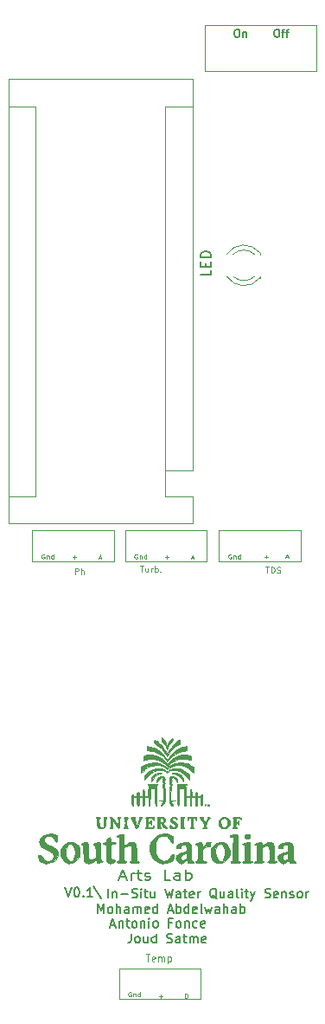
<source format=gbr>
%TF.GenerationSoftware,KiCad,Pcbnew,(5.1.12)-1*%
%TF.CreationDate,2023-05-17T18:58:12-04:00*%
%TF.ProjectId,Final_Design,46696e61-6c5f-4446-9573-69676e2e6b69,rev?*%
%TF.SameCoordinates,Original*%
%TF.FileFunction,Legend,Top*%
%TF.FilePolarity,Positive*%
%FSLAX46Y46*%
G04 Gerber Fmt 4.6, Leading zero omitted, Abs format (unit mm)*
G04 Created by KiCad (PCBNEW (5.1.12)-1) date 2023-05-17 18:58:12*
%MOMM*%
%LPD*%
G01*
G04 APERTURE LIST*
%ADD10C,0.200000*%
%ADD11C,0.010000*%
%ADD12C,0.120000*%
%ADD13C,0.150000*%
%ADD14C,0.090000*%
%ADD15C,0.080000*%
%ADD16C,0.075000*%
%ADD17C,0.100000*%
%ADD18C,0.050000*%
G04 APERTURE END LIST*
D10*
X103528571Y-112107142D02*
X103828571Y-113007142D01*
X104128571Y-112107142D01*
X104600000Y-112107142D02*
X104685714Y-112107142D01*
X104771428Y-112150000D01*
X104814285Y-112192857D01*
X104857142Y-112278571D01*
X104900000Y-112450000D01*
X104900000Y-112664285D01*
X104857142Y-112835714D01*
X104814285Y-112921428D01*
X104771428Y-112964285D01*
X104685714Y-113007142D01*
X104600000Y-113007142D01*
X104514285Y-112964285D01*
X104471428Y-112921428D01*
X104428571Y-112835714D01*
X104385714Y-112664285D01*
X104385714Y-112450000D01*
X104428571Y-112278571D01*
X104471428Y-112192857D01*
X104514285Y-112150000D01*
X104600000Y-112107142D01*
X105285714Y-112921428D02*
X105328571Y-112964285D01*
X105285714Y-113007142D01*
X105242857Y-112964285D01*
X105285714Y-112921428D01*
X105285714Y-113007142D01*
X106185714Y-113007142D02*
X105671428Y-113007142D01*
X105928571Y-113007142D02*
X105928571Y-112107142D01*
X105842857Y-112235714D01*
X105757142Y-112321428D01*
X105671428Y-112364285D01*
X106271428Y-112021428D02*
X107042857Y-113178571D01*
X107971428Y-115750000D02*
X108400000Y-115750000D01*
X107885714Y-116007142D02*
X108185714Y-115107142D01*
X108485714Y-116007142D01*
X108785714Y-115407142D02*
X108785714Y-116007142D01*
X108785714Y-115492857D02*
X108828571Y-115450000D01*
X108914285Y-115407142D01*
X109042857Y-115407142D01*
X109128571Y-115450000D01*
X109171428Y-115535714D01*
X109171428Y-116007142D01*
X109471428Y-115407142D02*
X109814285Y-115407142D01*
X109600000Y-115107142D02*
X109600000Y-115878571D01*
X109642857Y-115964285D01*
X109728571Y-116007142D01*
X109814285Y-116007142D01*
X110242857Y-116007142D02*
X110157142Y-115964285D01*
X110114285Y-115921428D01*
X110071428Y-115835714D01*
X110071428Y-115578571D01*
X110114285Y-115492857D01*
X110157142Y-115450000D01*
X110242857Y-115407142D01*
X110371428Y-115407142D01*
X110457142Y-115450000D01*
X110500000Y-115492857D01*
X110542857Y-115578571D01*
X110542857Y-115835714D01*
X110500000Y-115921428D01*
X110457142Y-115964285D01*
X110371428Y-116007142D01*
X110242857Y-116007142D01*
X110928571Y-115407142D02*
X110928571Y-116007142D01*
X110928571Y-115492857D02*
X110971428Y-115450000D01*
X111057142Y-115407142D01*
X111185714Y-115407142D01*
X111271428Y-115450000D01*
X111314285Y-115535714D01*
X111314285Y-116007142D01*
X111742857Y-116007142D02*
X111742857Y-115407142D01*
X111742857Y-115107142D02*
X111700000Y-115150000D01*
X111742857Y-115192857D01*
X111785714Y-115150000D01*
X111742857Y-115107142D01*
X111742857Y-115192857D01*
X112300000Y-116007142D02*
X112214285Y-115964285D01*
X112171428Y-115921428D01*
X112128571Y-115835714D01*
X112128571Y-115578571D01*
X112171428Y-115492857D01*
X112214285Y-115450000D01*
X112300000Y-115407142D01*
X112428571Y-115407142D01*
X112514285Y-115450000D01*
X112557142Y-115492857D01*
X112600000Y-115578571D01*
X112600000Y-115835714D01*
X112557142Y-115921428D01*
X112514285Y-115964285D01*
X112428571Y-116007142D01*
X112300000Y-116007142D01*
X113971428Y-115535714D02*
X113671428Y-115535714D01*
X113671428Y-116007142D02*
X113671428Y-115107142D01*
X114100000Y-115107142D01*
X114571428Y-116007142D02*
X114485714Y-115964285D01*
X114442857Y-115921428D01*
X114400000Y-115835714D01*
X114400000Y-115578571D01*
X114442857Y-115492857D01*
X114485714Y-115450000D01*
X114571428Y-115407142D01*
X114700000Y-115407142D01*
X114785714Y-115450000D01*
X114828571Y-115492857D01*
X114871428Y-115578571D01*
X114871428Y-115835714D01*
X114828571Y-115921428D01*
X114785714Y-115964285D01*
X114700000Y-116007142D01*
X114571428Y-116007142D01*
X115257142Y-115407142D02*
X115257142Y-116007142D01*
X115257142Y-115492857D02*
X115300000Y-115450000D01*
X115385714Y-115407142D01*
X115514285Y-115407142D01*
X115600000Y-115450000D01*
X115642857Y-115535714D01*
X115642857Y-116007142D01*
X116457142Y-115964285D02*
X116371428Y-116007142D01*
X116200000Y-116007142D01*
X116114285Y-115964285D01*
X116071428Y-115921428D01*
X116028571Y-115835714D01*
X116028571Y-115578571D01*
X116071428Y-115492857D01*
X116114285Y-115450000D01*
X116200000Y-115407142D01*
X116371428Y-115407142D01*
X116457142Y-115450000D01*
X117185714Y-115964285D02*
X117100000Y-116007142D01*
X116928571Y-116007142D01*
X116842857Y-115964285D01*
X116800000Y-115878571D01*
X116800000Y-115535714D01*
X116842857Y-115450000D01*
X116928571Y-115407142D01*
X117100000Y-115407142D01*
X117185714Y-115450000D01*
X117228571Y-115535714D01*
X117228571Y-115621428D01*
X116800000Y-115707142D01*
X109985714Y-116607142D02*
X109985714Y-117250000D01*
X109942857Y-117378571D01*
X109857142Y-117464285D01*
X109728571Y-117507142D01*
X109642857Y-117507142D01*
X110542857Y-117507142D02*
X110457142Y-117464285D01*
X110414285Y-117421428D01*
X110371428Y-117335714D01*
X110371428Y-117078571D01*
X110414285Y-116992857D01*
X110457142Y-116950000D01*
X110542857Y-116907142D01*
X110671428Y-116907142D01*
X110757142Y-116950000D01*
X110800000Y-116992857D01*
X110842857Y-117078571D01*
X110842857Y-117335714D01*
X110800000Y-117421428D01*
X110757142Y-117464285D01*
X110671428Y-117507142D01*
X110542857Y-117507142D01*
X111614285Y-116907142D02*
X111614285Y-117507142D01*
X111228571Y-116907142D02*
X111228571Y-117378571D01*
X111271428Y-117464285D01*
X111357142Y-117507142D01*
X111485714Y-117507142D01*
X111571428Y-117464285D01*
X111614285Y-117421428D01*
X112428571Y-117507142D02*
X112428571Y-116607142D01*
X112428571Y-117464285D02*
X112342857Y-117507142D01*
X112171428Y-117507142D01*
X112085714Y-117464285D01*
X112042857Y-117421428D01*
X112000000Y-117335714D01*
X112000000Y-117078571D01*
X112042857Y-116992857D01*
X112085714Y-116950000D01*
X112171428Y-116907142D01*
X112342857Y-116907142D01*
X112428571Y-116950000D01*
X113500000Y-117464285D02*
X113628571Y-117507142D01*
X113842857Y-117507142D01*
X113928571Y-117464285D01*
X113971428Y-117421428D01*
X114014285Y-117335714D01*
X114014285Y-117250000D01*
X113971428Y-117164285D01*
X113928571Y-117121428D01*
X113842857Y-117078571D01*
X113671428Y-117035714D01*
X113585714Y-116992857D01*
X113542857Y-116950000D01*
X113500000Y-116864285D01*
X113500000Y-116778571D01*
X113542857Y-116692857D01*
X113585714Y-116650000D01*
X113671428Y-116607142D01*
X113885714Y-116607142D01*
X114014285Y-116650000D01*
X114785714Y-117507142D02*
X114785714Y-117035714D01*
X114742857Y-116950000D01*
X114657142Y-116907142D01*
X114485714Y-116907142D01*
X114400000Y-116950000D01*
X114785714Y-117464285D02*
X114700000Y-117507142D01*
X114485714Y-117507142D01*
X114400000Y-117464285D01*
X114357142Y-117378571D01*
X114357142Y-117292857D01*
X114400000Y-117207142D01*
X114485714Y-117164285D01*
X114700000Y-117164285D01*
X114785714Y-117121428D01*
X115085714Y-116907142D02*
X115428571Y-116907142D01*
X115214285Y-116607142D02*
X115214285Y-117378571D01*
X115257142Y-117464285D01*
X115342857Y-117507142D01*
X115428571Y-117507142D01*
X115728571Y-117507142D02*
X115728571Y-116907142D01*
X115728571Y-116992857D02*
X115771428Y-116950000D01*
X115857142Y-116907142D01*
X115985714Y-116907142D01*
X116071428Y-116950000D01*
X116114285Y-117035714D01*
X116114285Y-117507142D01*
X116114285Y-117035714D02*
X116157142Y-116950000D01*
X116242857Y-116907142D01*
X116371428Y-116907142D01*
X116457142Y-116950000D01*
X116500000Y-117035714D01*
X116500000Y-117507142D01*
X117271428Y-117464285D02*
X117185714Y-117507142D01*
X117014285Y-117507142D01*
X116928571Y-117464285D01*
X116885714Y-117378571D01*
X116885714Y-117035714D01*
X116928571Y-116950000D01*
X117014285Y-116907142D01*
X117185714Y-116907142D01*
X117271428Y-116950000D01*
X117314285Y-117035714D01*
X117314285Y-117121428D01*
X116885714Y-117207142D01*
X106721428Y-114607142D02*
X106721428Y-113707142D01*
X107021428Y-114350000D01*
X107321428Y-113707142D01*
X107321428Y-114607142D01*
X107878571Y-114607142D02*
X107792857Y-114564285D01*
X107750000Y-114521428D01*
X107707142Y-114435714D01*
X107707142Y-114178571D01*
X107750000Y-114092857D01*
X107792857Y-114050000D01*
X107878571Y-114007142D01*
X108007142Y-114007142D01*
X108092857Y-114050000D01*
X108135714Y-114092857D01*
X108178571Y-114178571D01*
X108178571Y-114435714D01*
X108135714Y-114521428D01*
X108092857Y-114564285D01*
X108007142Y-114607142D01*
X107878571Y-114607142D01*
X108564285Y-114607142D02*
X108564285Y-113707142D01*
X108950000Y-114607142D02*
X108950000Y-114135714D01*
X108907142Y-114050000D01*
X108821428Y-114007142D01*
X108692857Y-114007142D01*
X108607142Y-114050000D01*
X108564285Y-114092857D01*
X109764285Y-114607142D02*
X109764285Y-114135714D01*
X109721428Y-114050000D01*
X109635714Y-114007142D01*
X109464285Y-114007142D01*
X109378571Y-114050000D01*
X109764285Y-114564285D02*
X109678571Y-114607142D01*
X109464285Y-114607142D01*
X109378571Y-114564285D01*
X109335714Y-114478571D01*
X109335714Y-114392857D01*
X109378571Y-114307142D01*
X109464285Y-114264285D01*
X109678571Y-114264285D01*
X109764285Y-114221428D01*
X110192857Y-114607142D02*
X110192857Y-114007142D01*
X110192857Y-114092857D02*
X110235714Y-114050000D01*
X110321428Y-114007142D01*
X110450000Y-114007142D01*
X110535714Y-114050000D01*
X110578571Y-114135714D01*
X110578571Y-114607142D01*
X110578571Y-114135714D02*
X110621428Y-114050000D01*
X110707142Y-114007142D01*
X110835714Y-114007142D01*
X110921428Y-114050000D01*
X110964285Y-114135714D01*
X110964285Y-114607142D01*
X111735714Y-114564285D02*
X111650000Y-114607142D01*
X111478571Y-114607142D01*
X111392857Y-114564285D01*
X111350000Y-114478571D01*
X111350000Y-114135714D01*
X111392857Y-114050000D01*
X111478571Y-114007142D01*
X111650000Y-114007142D01*
X111735714Y-114050000D01*
X111778571Y-114135714D01*
X111778571Y-114221428D01*
X111350000Y-114307142D01*
X112550000Y-114607142D02*
X112550000Y-113707142D01*
X112550000Y-114564285D02*
X112464285Y-114607142D01*
X112292857Y-114607142D01*
X112207142Y-114564285D01*
X112164285Y-114521428D01*
X112121428Y-114435714D01*
X112121428Y-114178571D01*
X112164285Y-114092857D01*
X112207142Y-114050000D01*
X112292857Y-114007142D01*
X112464285Y-114007142D01*
X112550000Y-114050000D01*
X113621428Y-114350000D02*
X114050000Y-114350000D01*
X113535714Y-114607142D02*
X113835714Y-113707142D01*
X114135714Y-114607142D01*
X114435714Y-114607142D02*
X114435714Y-113707142D01*
X114435714Y-114050000D02*
X114521428Y-114007142D01*
X114692857Y-114007142D01*
X114778571Y-114050000D01*
X114821428Y-114092857D01*
X114864285Y-114178571D01*
X114864285Y-114435714D01*
X114821428Y-114521428D01*
X114778571Y-114564285D01*
X114692857Y-114607142D01*
X114521428Y-114607142D01*
X114435714Y-114564285D01*
X115635714Y-114607142D02*
X115635714Y-113707142D01*
X115635714Y-114564285D02*
X115550000Y-114607142D01*
X115378571Y-114607142D01*
X115292857Y-114564285D01*
X115250000Y-114521428D01*
X115207142Y-114435714D01*
X115207142Y-114178571D01*
X115250000Y-114092857D01*
X115292857Y-114050000D01*
X115378571Y-114007142D01*
X115550000Y-114007142D01*
X115635714Y-114050000D01*
X116407142Y-114564285D02*
X116321428Y-114607142D01*
X116150000Y-114607142D01*
X116064285Y-114564285D01*
X116021428Y-114478571D01*
X116021428Y-114135714D01*
X116064285Y-114050000D01*
X116150000Y-114007142D01*
X116321428Y-114007142D01*
X116407142Y-114050000D01*
X116450000Y-114135714D01*
X116450000Y-114221428D01*
X116021428Y-114307142D01*
X116964285Y-114607142D02*
X116878571Y-114564285D01*
X116835714Y-114478571D01*
X116835714Y-113707142D01*
X117221428Y-114007142D02*
X117392857Y-114607142D01*
X117564285Y-114178571D01*
X117735714Y-114607142D01*
X117907142Y-114007142D01*
X118635714Y-114607142D02*
X118635714Y-114135714D01*
X118592857Y-114050000D01*
X118507142Y-114007142D01*
X118335714Y-114007142D01*
X118250000Y-114050000D01*
X118635714Y-114564285D02*
X118550000Y-114607142D01*
X118335714Y-114607142D01*
X118250000Y-114564285D01*
X118207142Y-114478571D01*
X118207142Y-114392857D01*
X118250000Y-114307142D01*
X118335714Y-114264285D01*
X118550000Y-114264285D01*
X118635714Y-114221428D01*
X119064285Y-114607142D02*
X119064285Y-113707142D01*
X119450000Y-114607142D02*
X119450000Y-114135714D01*
X119407142Y-114050000D01*
X119321428Y-114007142D01*
X119192857Y-114007142D01*
X119107142Y-114050000D01*
X119064285Y-114092857D01*
X120264285Y-114607142D02*
X120264285Y-114135714D01*
X120221428Y-114050000D01*
X120135714Y-114007142D01*
X119964285Y-114007142D01*
X119878571Y-114050000D01*
X120264285Y-114564285D02*
X120178571Y-114607142D01*
X119964285Y-114607142D01*
X119878571Y-114564285D01*
X119835714Y-114478571D01*
X119835714Y-114392857D01*
X119878571Y-114307142D01*
X119964285Y-114264285D01*
X120178571Y-114264285D01*
X120264285Y-114221428D01*
X120692857Y-114607142D02*
X120692857Y-113707142D01*
X120692857Y-114050000D02*
X120778571Y-114007142D01*
X120950000Y-114007142D01*
X121035714Y-114050000D01*
X121078571Y-114092857D01*
X121121428Y-114178571D01*
X121121428Y-114435714D01*
X121078571Y-114521428D01*
X121035714Y-114564285D01*
X120950000Y-114607142D01*
X120778571Y-114607142D01*
X120692857Y-114564285D01*
X107750000Y-113107142D02*
X107750000Y-112207142D01*
X108178571Y-112507142D02*
X108178571Y-113107142D01*
X108178571Y-112592857D02*
X108221428Y-112550000D01*
X108307142Y-112507142D01*
X108435714Y-112507142D01*
X108521428Y-112550000D01*
X108564285Y-112635714D01*
X108564285Y-113107142D01*
X108992857Y-112764285D02*
X109678571Y-112764285D01*
X110064285Y-113064285D02*
X110192857Y-113107142D01*
X110407142Y-113107142D01*
X110492857Y-113064285D01*
X110535714Y-113021428D01*
X110578571Y-112935714D01*
X110578571Y-112850000D01*
X110535714Y-112764285D01*
X110492857Y-112721428D01*
X110407142Y-112678571D01*
X110235714Y-112635714D01*
X110150000Y-112592857D01*
X110107142Y-112550000D01*
X110064285Y-112464285D01*
X110064285Y-112378571D01*
X110107142Y-112292857D01*
X110150000Y-112250000D01*
X110235714Y-112207142D01*
X110450000Y-112207142D01*
X110578571Y-112250000D01*
X110964285Y-113107142D02*
X110964285Y-112507142D01*
X110964285Y-112207142D02*
X110921428Y-112250000D01*
X110964285Y-112292857D01*
X111007142Y-112250000D01*
X110964285Y-112207142D01*
X110964285Y-112292857D01*
X111264285Y-112507142D02*
X111607142Y-112507142D01*
X111392857Y-112207142D02*
X111392857Y-112978571D01*
X111435714Y-113064285D01*
X111521428Y-113107142D01*
X111607142Y-113107142D01*
X112292857Y-112507142D02*
X112292857Y-113107142D01*
X111907142Y-112507142D02*
X111907142Y-112978571D01*
X111950000Y-113064285D01*
X112035714Y-113107142D01*
X112164285Y-113107142D01*
X112250000Y-113064285D01*
X112292857Y-113021428D01*
X113321428Y-112207142D02*
X113535714Y-113107142D01*
X113707142Y-112464285D01*
X113878571Y-113107142D01*
X114092857Y-112207142D01*
X114821428Y-113107142D02*
X114821428Y-112635714D01*
X114778571Y-112550000D01*
X114692857Y-112507142D01*
X114521428Y-112507142D01*
X114435714Y-112550000D01*
X114821428Y-113064285D02*
X114735714Y-113107142D01*
X114521428Y-113107142D01*
X114435714Y-113064285D01*
X114392857Y-112978571D01*
X114392857Y-112892857D01*
X114435714Y-112807142D01*
X114521428Y-112764285D01*
X114735714Y-112764285D01*
X114821428Y-112721428D01*
X115121428Y-112507142D02*
X115464285Y-112507142D01*
X115250000Y-112207142D02*
X115250000Y-112978571D01*
X115292857Y-113064285D01*
X115378571Y-113107142D01*
X115464285Y-113107142D01*
X116107142Y-113064285D02*
X116021428Y-113107142D01*
X115850000Y-113107142D01*
X115764285Y-113064285D01*
X115721428Y-112978571D01*
X115721428Y-112635714D01*
X115764285Y-112550000D01*
X115850000Y-112507142D01*
X116021428Y-112507142D01*
X116107142Y-112550000D01*
X116150000Y-112635714D01*
X116150000Y-112721428D01*
X115721428Y-112807142D01*
X116535714Y-113107142D02*
X116535714Y-112507142D01*
X116535714Y-112678571D02*
X116578571Y-112592857D01*
X116621428Y-112550000D01*
X116707142Y-112507142D01*
X116792857Y-112507142D01*
X118378571Y-113192857D02*
X118292857Y-113150000D01*
X118207142Y-113064285D01*
X118078571Y-112935714D01*
X117992857Y-112892857D01*
X117907142Y-112892857D01*
X117950000Y-113107142D02*
X117864285Y-113064285D01*
X117778571Y-112978571D01*
X117735714Y-112807142D01*
X117735714Y-112507142D01*
X117778571Y-112335714D01*
X117864285Y-112250000D01*
X117950000Y-112207142D01*
X118121428Y-112207142D01*
X118207142Y-112250000D01*
X118292857Y-112335714D01*
X118335714Y-112507142D01*
X118335714Y-112807142D01*
X118292857Y-112978571D01*
X118207142Y-113064285D01*
X118121428Y-113107142D01*
X117950000Y-113107142D01*
X119107142Y-112507142D02*
X119107142Y-113107142D01*
X118721428Y-112507142D02*
X118721428Y-112978571D01*
X118764285Y-113064285D01*
X118850000Y-113107142D01*
X118978571Y-113107142D01*
X119064285Y-113064285D01*
X119107142Y-113021428D01*
X119921428Y-113107142D02*
X119921428Y-112635714D01*
X119878571Y-112550000D01*
X119792857Y-112507142D01*
X119621428Y-112507142D01*
X119535714Y-112550000D01*
X119921428Y-113064285D02*
X119835714Y-113107142D01*
X119621428Y-113107142D01*
X119535714Y-113064285D01*
X119492857Y-112978571D01*
X119492857Y-112892857D01*
X119535714Y-112807142D01*
X119621428Y-112764285D01*
X119835714Y-112764285D01*
X119921428Y-112721428D01*
X120478571Y-113107142D02*
X120392857Y-113064285D01*
X120350000Y-112978571D01*
X120350000Y-112207142D01*
X120821428Y-113107142D02*
X120821428Y-112507142D01*
X120821428Y-112207142D02*
X120778571Y-112250000D01*
X120821428Y-112292857D01*
X120864285Y-112250000D01*
X120821428Y-112207142D01*
X120821428Y-112292857D01*
X121121428Y-112507142D02*
X121464285Y-112507142D01*
X121250000Y-112207142D02*
X121250000Y-112978571D01*
X121292857Y-113064285D01*
X121378571Y-113107142D01*
X121464285Y-113107142D01*
X121678571Y-112507142D02*
X121892857Y-113107142D01*
X122107142Y-112507142D02*
X121892857Y-113107142D01*
X121807142Y-113321428D01*
X121764285Y-113364285D01*
X121678571Y-113407142D01*
X123092857Y-113064285D02*
X123221428Y-113107142D01*
X123435714Y-113107142D01*
X123521428Y-113064285D01*
X123564285Y-113021428D01*
X123607142Y-112935714D01*
X123607142Y-112850000D01*
X123564285Y-112764285D01*
X123521428Y-112721428D01*
X123435714Y-112678571D01*
X123264285Y-112635714D01*
X123178571Y-112592857D01*
X123135714Y-112550000D01*
X123092857Y-112464285D01*
X123092857Y-112378571D01*
X123135714Y-112292857D01*
X123178571Y-112250000D01*
X123264285Y-112207142D01*
X123478571Y-112207142D01*
X123607142Y-112250000D01*
X124335714Y-113064285D02*
X124250000Y-113107142D01*
X124078571Y-113107142D01*
X123992857Y-113064285D01*
X123950000Y-112978571D01*
X123950000Y-112635714D01*
X123992857Y-112550000D01*
X124078571Y-112507142D01*
X124250000Y-112507142D01*
X124335714Y-112550000D01*
X124378571Y-112635714D01*
X124378571Y-112721428D01*
X123950000Y-112807142D01*
X124764285Y-112507142D02*
X124764285Y-113107142D01*
X124764285Y-112592857D02*
X124807142Y-112550000D01*
X124892857Y-112507142D01*
X125021428Y-112507142D01*
X125107142Y-112550000D01*
X125150000Y-112635714D01*
X125150000Y-113107142D01*
X125535714Y-113064285D02*
X125621428Y-113107142D01*
X125792857Y-113107142D01*
X125878571Y-113064285D01*
X125921428Y-112978571D01*
X125921428Y-112935714D01*
X125878571Y-112850000D01*
X125792857Y-112807142D01*
X125664285Y-112807142D01*
X125578571Y-112764285D01*
X125535714Y-112678571D01*
X125535714Y-112635714D01*
X125578571Y-112550000D01*
X125664285Y-112507142D01*
X125792857Y-112507142D01*
X125878571Y-112550000D01*
X126435714Y-113107142D02*
X126350000Y-113064285D01*
X126307142Y-113021428D01*
X126264285Y-112935714D01*
X126264285Y-112678571D01*
X126307142Y-112592857D01*
X126350000Y-112550000D01*
X126435714Y-112507142D01*
X126564285Y-112507142D01*
X126650000Y-112550000D01*
X126692857Y-112592857D01*
X126735714Y-112678571D01*
X126735714Y-112935714D01*
X126692857Y-113021428D01*
X126650000Y-113064285D01*
X126564285Y-113107142D01*
X126435714Y-113107142D01*
X127121428Y-113107142D02*
X127121428Y-112507142D01*
X127121428Y-112678571D02*
X127164285Y-112592857D01*
X127207142Y-112550000D01*
X127292857Y-112507142D01*
X127378571Y-112507142D01*
X108885714Y-111066666D02*
X109457142Y-111066666D01*
X108771428Y-111352380D02*
X109171428Y-110352380D01*
X109571428Y-111352380D01*
X109971428Y-111352380D02*
X109971428Y-110685714D01*
X109971428Y-110876190D02*
X110028571Y-110780952D01*
X110085714Y-110733333D01*
X110200000Y-110685714D01*
X110314285Y-110685714D01*
X110542857Y-110685714D02*
X111000000Y-110685714D01*
X110714285Y-110352380D02*
X110714285Y-111209523D01*
X110771428Y-111304761D01*
X110885714Y-111352380D01*
X111000000Y-111352380D01*
X111342857Y-111304761D02*
X111457142Y-111352380D01*
X111685714Y-111352380D01*
X111800000Y-111304761D01*
X111857142Y-111209523D01*
X111857142Y-111161904D01*
X111800000Y-111066666D01*
X111685714Y-111019047D01*
X111514285Y-111019047D01*
X111400000Y-110971428D01*
X111342857Y-110876190D01*
X111342857Y-110828571D01*
X111400000Y-110733333D01*
X111514285Y-110685714D01*
X111685714Y-110685714D01*
X111800000Y-110733333D01*
X113857142Y-111352380D02*
X113285714Y-111352380D01*
X113285714Y-110352380D01*
X114771428Y-111352380D02*
X114771428Y-110828571D01*
X114714285Y-110733333D01*
X114600000Y-110685714D01*
X114371428Y-110685714D01*
X114257142Y-110733333D01*
X114771428Y-111304761D02*
X114657142Y-111352380D01*
X114371428Y-111352380D01*
X114257142Y-111304761D01*
X114200000Y-111209523D01*
X114200000Y-111114285D01*
X114257142Y-111019047D01*
X114371428Y-110971428D01*
X114657142Y-110971428D01*
X114771428Y-110923809D01*
X115342857Y-111352380D02*
X115342857Y-110352380D01*
X115342857Y-110733333D02*
X115457142Y-110685714D01*
X115685714Y-110685714D01*
X115800000Y-110733333D01*
X115857142Y-110780952D01*
X115914285Y-110876190D01*
X115914285Y-111161904D01*
X115857142Y-111257142D01*
X115800000Y-111304761D01*
X115685714Y-111352380D01*
X115457142Y-111352380D01*
X115342857Y-111304761D01*
D11*
%TO.C,G\u002A\u002A\u002A*%
G36*
X102458464Y-106913900D02*
G01*
X102493863Y-106929073D01*
X102708817Y-107025882D01*
X102708817Y-107323562D01*
X102704684Y-107491970D01*
X102687181Y-107582021D01*
X102648654Y-107616999D01*
X102610961Y-107621242D01*
X102520990Y-107575841D01*
X102454571Y-107443882D01*
X102339484Y-107236306D01*
X102160844Y-107107029D01*
X101926056Y-107061348D01*
X101919839Y-107061322D01*
X101697584Y-107096577D01*
X101535628Y-107195098D01*
X101447922Y-107346019D01*
X101436272Y-107437907D01*
X101452888Y-107555703D01*
X101511454Y-107660254D01*
X101625053Y-107763032D01*
X101806764Y-107875508D01*
X102069670Y-108009152D01*
X102109306Y-108028114D01*
X102412226Y-108189528D01*
X102626263Y-108346704D01*
X102763186Y-108510698D01*
X102834761Y-108692567D01*
X102839089Y-108713812D01*
X102838577Y-108968047D01*
X102742829Y-109202598D01*
X102557709Y-109409754D01*
X102289077Y-109581806D01*
X102125709Y-109652096D01*
X101865194Y-109731255D01*
X101648606Y-109750447D01*
X101439960Y-109712773D01*
X101435943Y-109711558D01*
X101216272Y-109625010D01*
X101052076Y-109520891D01*
X100963771Y-109412926D01*
X100956375Y-109389154D01*
X100932553Y-109262006D01*
X100905021Y-109101151D01*
X100901783Y-109081224D01*
X100885768Y-108955843D01*
X100906340Y-108903902D01*
X100983652Y-108898373D01*
X101034613Y-108903067D01*
X101155041Y-108932875D01*
X101225123Y-109012790D01*
X101257495Y-109094586D01*
X101374059Y-109295599D01*
X101565683Y-109428309D01*
X101830369Y-109491846D01*
X101997566Y-109498323D01*
X102112491Y-109469455D01*
X102222017Y-109393025D01*
X102227493Y-109388337D01*
X102332566Y-109271174D01*
X102372496Y-109134247D01*
X102375642Y-109055961D01*
X102361400Y-108913302D01*
X102309516Y-108794181D01*
X102206258Y-108685095D01*
X102037888Y-108572541D01*
X101790674Y-108443014D01*
X101714991Y-108406422D01*
X101435032Y-108263783D01*
X101237453Y-108138299D01*
X101107742Y-108015886D01*
X101031386Y-107882455D01*
X100993874Y-107723923D01*
X100991472Y-107704142D01*
X101003587Y-107460489D01*
X101102916Y-107254716D01*
X101294317Y-107079488D01*
X101472990Y-106977228D01*
X101810649Y-106860418D01*
X102143339Y-106839110D01*
X102458464Y-106913900D01*
G37*
X102458464Y-106913900D02*
X102493863Y-106929073D01*
X102708817Y-107025882D01*
X102708817Y-107323562D01*
X102704684Y-107491970D01*
X102687181Y-107582021D01*
X102648654Y-107616999D01*
X102610961Y-107621242D01*
X102520990Y-107575841D01*
X102454571Y-107443882D01*
X102339484Y-107236306D01*
X102160844Y-107107029D01*
X101926056Y-107061348D01*
X101919839Y-107061322D01*
X101697584Y-107096577D01*
X101535628Y-107195098D01*
X101447922Y-107346019D01*
X101436272Y-107437907D01*
X101452888Y-107555703D01*
X101511454Y-107660254D01*
X101625053Y-107763032D01*
X101806764Y-107875508D01*
X102069670Y-108009152D01*
X102109306Y-108028114D01*
X102412226Y-108189528D01*
X102626263Y-108346704D01*
X102763186Y-108510698D01*
X102834761Y-108692567D01*
X102839089Y-108713812D01*
X102838577Y-108968047D01*
X102742829Y-109202598D01*
X102557709Y-109409754D01*
X102289077Y-109581806D01*
X102125709Y-109652096D01*
X101865194Y-109731255D01*
X101648606Y-109750447D01*
X101439960Y-109712773D01*
X101435943Y-109711558D01*
X101216272Y-109625010D01*
X101052076Y-109520891D01*
X100963771Y-109412926D01*
X100956375Y-109389154D01*
X100932553Y-109262006D01*
X100905021Y-109101151D01*
X100901783Y-109081224D01*
X100885768Y-108955843D01*
X100906340Y-108903902D01*
X100983652Y-108898373D01*
X101034613Y-108903067D01*
X101155041Y-108932875D01*
X101225123Y-109012790D01*
X101257495Y-109094586D01*
X101374059Y-109295599D01*
X101565683Y-109428309D01*
X101830369Y-109491846D01*
X101997566Y-109498323D01*
X102112491Y-109469455D01*
X102222017Y-109393025D01*
X102227493Y-109388337D01*
X102332566Y-109271174D01*
X102372496Y-109134247D01*
X102375642Y-109055961D01*
X102361400Y-108913302D01*
X102309516Y-108794181D01*
X102206258Y-108685095D01*
X102037888Y-108572541D01*
X101790674Y-108443014D01*
X101714991Y-108406422D01*
X101435032Y-108263783D01*
X101237453Y-108138299D01*
X101107742Y-108015886D01*
X101031386Y-107882455D01*
X100993874Y-107723923D01*
X100991472Y-107704142D01*
X101003587Y-107460489D01*
X101102916Y-107254716D01*
X101294317Y-107079488D01*
X101472990Y-106977228D01*
X101810649Y-106860418D01*
X102143339Y-106839110D01*
X102458464Y-106913900D01*
G36*
X104377157Y-107679346D02*
G01*
X104612442Y-107808714D01*
X104806367Y-108026160D01*
X104832442Y-108068426D01*
X104914464Y-108231928D01*
X104955893Y-108392245D01*
X104968256Y-108597555D01*
X104968313Y-108636182D01*
X104950501Y-108891023D01*
X104902534Y-109087209D01*
X104884081Y-109128015D01*
X104715415Y-109352995D01*
X104477112Y-109542900D01*
X104200810Y-109673027D01*
X104176448Y-109680580D01*
X104014887Y-109728360D01*
X103913961Y-109749407D01*
X103835750Y-109742490D01*
X103742330Y-109706379D01*
X103648395Y-109663440D01*
X103397996Y-109499510D01*
X103217604Y-109278687D01*
X103108281Y-109018979D01*
X103071089Y-108738397D01*
X103080857Y-108661487D01*
X103574574Y-108661487D01*
X103600292Y-108922128D01*
X103661796Y-109146791D01*
X103685648Y-109199025D01*
X103780264Y-109347052D01*
X103885592Y-109460420D01*
X103930461Y-109490960D01*
X104040995Y-109541341D01*
X104112220Y-109544058D01*
X104196418Y-109495889D01*
X104229923Y-109472506D01*
X104363717Y-109321218D01*
X104449879Y-109104694D01*
X104488932Y-108847392D01*
X104481395Y-108573772D01*
X104427789Y-108308292D01*
X104328634Y-108075411D01*
X104196660Y-107910112D01*
X104047778Y-107837507D01*
X103886116Y-107854146D01*
X103738418Y-107955455D01*
X103706437Y-107993975D01*
X103628216Y-108164384D01*
X103584072Y-108397897D01*
X103574574Y-108661487D01*
X103080857Y-108661487D01*
X103107090Y-108454951D01*
X103217345Y-108186650D01*
X103402916Y-107951503D01*
X103540914Y-107840484D01*
X103829616Y-107693152D01*
X104112289Y-107640132D01*
X104377157Y-107679346D01*
G37*
X104377157Y-107679346D02*
X104612442Y-107808714D01*
X104806367Y-108026160D01*
X104832442Y-108068426D01*
X104914464Y-108231928D01*
X104955893Y-108392245D01*
X104968256Y-108597555D01*
X104968313Y-108636182D01*
X104950501Y-108891023D01*
X104902534Y-109087209D01*
X104884081Y-109128015D01*
X104715415Y-109352995D01*
X104477112Y-109542900D01*
X104200810Y-109673027D01*
X104176448Y-109680580D01*
X104014887Y-109728360D01*
X103913961Y-109749407D01*
X103835750Y-109742490D01*
X103742330Y-109706379D01*
X103648395Y-109663440D01*
X103397996Y-109499510D01*
X103217604Y-109278687D01*
X103108281Y-109018979D01*
X103071089Y-108738397D01*
X103080857Y-108661487D01*
X103574574Y-108661487D01*
X103600292Y-108922128D01*
X103661796Y-109146791D01*
X103685648Y-109199025D01*
X103780264Y-109347052D01*
X103885592Y-109460420D01*
X103930461Y-109490960D01*
X104040995Y-109541341D01*
X104112220Y-109544058D01*
X104196418Y-109495889D01*
X104229923Y-109472506D01*
X104363717Y-109321218D01*
X104449879Y-109104694D01*
X104488932Y-108847392D01*
X104481395Y-108573772D01*
X104427789Y-108308292D01*
X104328634Y-108075411D01*
X104196660Y-107910112D01*
X104047778Y-107837507D01*
X103886116Y-107854146D01*
X103738418Y-107955455D01*
X103706437Y-107993975D01*
X103628216Y-108164384D01*
X103584072Y-108397897D01*
X103574574Y-108661487D01*
X103080857Y-108661487D01*
X103107090Y-108454951D01*
X103217345Y-108186650D01*
X103402916Y-107951503D01*
X103540914Y-107840484D01*
X103829616Y-107693152D01*
X104112289Y-107640132D01*
X104377157Y-107679346D01*
G36*
X106890418Y-107678758D02*
G01*
X106942169Y-107726911D01*
X106970745Y-107827753D01*
X106982860Y-107993600D01*
X106985230Y-108236770D01*
X106984569Y-108562926D01*
X106985076Y-108883466D01*
X106987664Y-109116220D01*
X106993936Y-109275201D01*
X107005492Y-109374425D01*
X107023935Y-109427907D01*
X107050867Y-109449662D01*
X107086373Y-109453707D01*
X107168909Y-109484069D01*
X107188176Y-109526630D01*
X107172337Y-109577902D01*
X107111438Y-109616251D01*
X106985403Y-109650123D01*
X106824567Y-109679609D01*
X106699038Y-109692474D01*
X106633335Y-109661050D01*
X106588406Y-109565279D01*
X106585431Y-109556799D01*
X106540998Y-109450815D01*
X106506170Y-109403026D01*
X106504638Y-109402805D01*
X106451027Y-109428203D01*
X106337506Y-109494566D01*
X106199025Y-109580962D01*
X106049971Y-109671838D01*
X105934250Y-109734185D01*
X105879900Y-109753908D01*
X105806468Y-109739537D01*
X105682106Y-109711525D01*
X105669131Y-109708470D01*
X105538343Y-109667001D01*
X105451905Y-109620962D01*
X105448842Y-109618100D01*
X105387362Y-109500803D01*
X105343227Y-109288239D01*
X105316212Y-108978716D01*
X105306091Y-108570540D01*
X105306024Y-108547001D01*
X105304888Y-108285843D01*
X105300642Y-108110177D01*
X105290227Y-108003691D01*
X105270587Y-107950074D01*
X105238664Y-107933013D01*
X105191535Y-107936179D01*
X105090999Y-107918849D01*
X105062319Y-107872221D01*
X105082852Y-107814955D01*
X105179897Y-107766577D01*
X105306731Y-107732241D01*
X105478630Y-107691804D01*
X105601025Y-107671157D01*
X105682279Y-107683194D01*
X105730752Y-107740805D01*
X105754805Y-107856884D01*
X105762799Y-108044322D01*
X105763094Y-108316011D01*
X105762926Y-108435671D01*
X105764009Y-108733234D01*
X105768615Y-108946291D01*
X105778777Y-109092129D01*
X105796529Y-109188036D01*
X105823905Y-109251298D01*
X105862939Y-109299203D01*
X105864729Y-109301002D01*
X105956090Y-109375580D01*
X106046060Y-109394239D01*
X106165018Y-109355915D01*
X106297395Y-109285819D01*
X106501002Y-109170508D01*
X106501002Y-108561306D01*
X106500344Y-108304443D01*
X106496244Y-108132743D01*
X106485510Y-108029564D01*
X106464948Y-107978267D01*
X106431368Y-107962209D01*
X106386473Y-107964229D01*
X106295020Y-107948965D01*
X106271944Y-107879369D01*
X106295980Y-107814080D01*
X106382015Y-107765955D01*
X106528958Y-107727264D01*
X106690528Y-107691251D01*
X106808776Y-107670977D01*
X106890418Y-107678758D01*
G37*
X106890418Y-107678758D02*
X106942169Y-107726911D01*
X106970745Y-107827753D01*
X106982860Y-107993600D01*
X106985230Y-108236770D01*
X106984569Y-108562926D01*
X106985076Y-108883466D01*
X106987664Y-109116220D01*
X106993936Y-109275201D01*
X107005492Y-109374425D01*
X107023935Y-109427907D01*
X107050867Y-109449662D01*
X107086373Y-109453707D01*
X107168909Y-109484069D01*
X107188176Y-109526630D01*
X107172337Y-109577902D01*
X107111438Y-109616251D01*
X106985403Y-109650123D01*
X106824567Y-109679609D01*
X106699038Y-109692474D01*
X106633335Y-109661050D01*
X106588406Y-109565279D01*
X106585431Y-109556799D01*
X106540998Y-109450815D01*
X106506170Y-109403026D01*
X106504638Y-109402805D01*
X106451027Y-109428203D01*
X106337506Y-109494566D01*
X106199025Y-109580962D01*
X106049971Y-109671838D01*
X105934250Y-109734185D01*
X105879900Y-109753908D01*
X105806468Y-109739537D01*
X105682106Y-109711525D01*
X105669131Y-109708470D01*
X105538343Y-109667001D01*
X105451905Y-109620962D01*
X105448842Y-109618100D01*
X105387362Y-109500803D01*
X105343227Y-109288239D01*
X105316212Y-108978716D01*
X105306091Y-108570540D01*
X105306024Y-108547001D01*
X105304888Y-108285843D01*
X105300642Y-108110177D01*
X105290227Y-108003691D01*
X105270587Y-107950074D01*
X105238664Y-107933013D01*
X105191535Y-107936179D01*
X105090999Y-107918849D01*
X105062319Y-107872221D01*
X105082852Y-107814955D01*
X105179897Y-107766577D01*
X105306731Y-107732241D01*
X105478630Y-107691804D01*
X105601025Y-107671157D01*
X105682279Y-107683194D01*
X105730752Y-107740805D01*
X105754805Y-107856884D01*
X105762799Y-108044322D01*
X105763094Y-108316011D01*
X105762926Y-108435671D01*
X105764009Y-108733234D01*
X105768615Y-108946291D01*
X105778777Y-109092129D01*
X105796529Y-109188036D01*
X105823905Y-109251298D01*
X105862939Y-109299203D01*
X105864729Y-109301002D01*
X105956090Y-109375580D01*
X106046060Y-109394239D01*
X106165018Y-109355915D01*
X106297395Y-109285819D01*
X106501002Y-109170508D01*
X106501002Y-108561306D01*
X106500344Y-108304443D01*
X106496244Y-108132743D01*
X106485510Y-108029564D01*
X106464948Y-107978267D01*
X106431368Y-107962209D01*
X106386473Y-107964229D01*
X106295020Y-107948965D01*
X106271944Y-107879369D01*
X106295980Y-107814080D01*
X106382015Y-107765955D01*
X106528958Y-107727264D01*
X106690528Y-107691251D01*
X106808776Y-107670977D01*
X106890418Y-107678758D01*
G36*
X107931163Y-107211672D02*
G01*
X107950358Y-107351469D01*
X107951703Y-107417635D01*
X107951703Y-107672144D01*
X108209945Y-107672144D01*
X108363105Y-107677353D01*
X108436957Y-107698443D01*
X108453702Y-107743611D01*
X108451270Y-107761222D01*
X108411437Y-107821038D01*
X108306329Y-107854293D01*
X108193029Y-107865815D01*
X107951703Y-107881329D01*
X107956777Y-108502087D01*
X107961210Y-108819241D01*
X107971394Y-109049092D01*
X107991625Y-109206131D01*
X108026201Y-109304850D01*
X108079416Y-109359737D01*
X108155567Y-109385285D01*
X108220948Y-109393153D01*
X108361565Y-109426056D01*
X108406561Y-109489010D01*
X108355369Y-109575617D01*
X108244389Y-109657872D01*
X108092037Y-109735256D01*
X107963064Y-109749473D01*
X107808623Y-109703452D01*
X107768439Y-109686433D01*
X107649803Y-109614640D01*
X107579000Y-109535045D01*
X107577558Y-109531557D01*
X107566065Y-109452436D01*
X107556307Y-109291502D01*
X107549045Y-109068744D01*
X107545036Y-108804146D01*
X107544489Y-108660566D01*
X107544489Y-107875751D01*
X107400267Y-107875751D01*
X107283645Y-107864812D01*
X107222000Y-107841706D01*
X107221872Y-107783022D01*
X107281895Y-107707237D01*
X107371633Y-107643704D01*
X107450574Y-107621242D01*
X107530617Y-107581286D01*
X107544489Y-107528962D01*
X107580858Y-107435576D01*
X107668833Y-107321578D01*
X107776718Y-107220446D01*
X107872815Y-107165660D01*
X107890861Y-107163126D01*
X107931163Y-107211672D01*
G37*
X107931163Y-107211672D02*
X107950358Y-107351469D01*
X107951703Y-107417635D01*
X107951703Y-107672144D01*
X108209945Y-107672144D01*
X108363105Y-107677353D01*
X108436957Y-107698443D01*
X108453702Y-107743611D01*
X108451270Y-107761222D01*
X108411437Y-107821038D01*
X108306329Y-107854293D01*
X108193029Y-107865815D01*
X107951703Y-107881329D01*
X107956777Y-108502087D01*
X107961210Y-108819241D01*
X107971394Y-109049092D01*
X107991625Y-109206131D01*
X108026201Y-109304850D01*
X108079416Y-109359737D01*
X108155567Y-109385285D01*
X108220948Y-109393153D01*
X108361565Y-109426056D01*
X108406561Y-109489010D01*
X108355369Y-109575617D01*
X108244389Y-109657872D01*
X108092037Y-109735256D01*
X107963064Y-109749473D01*
X107808623Y-109703452D01*
X107768439Y-109686433D01*
X107649803Y-109614640D01*
X107579000Y-109535045D01*
X107577558Y-109531557D01*
X107566065Y-109452436D01*
X107556307Y-109291502D01*
X107549045Y-109068744D01*
X107545036Y-108804146D01*
X107544489Y-108660566D01*
X107544489Y-107875751D01*
X107400267Y-107875751D01*
X107283645Y-107864812D01*
X107222000Y-107841706D01*
X107221872Y-107783022D01*
X107281895Y-107707237D01*
X107371633Y-107643704D01*
X107450574Y-107621242D01*
X107530617Y-107581286D01*
X107544489Y-107528962D01*
X107580858Y-107435576D01*
X107668833Y-107321578D01*
X107776718Y-107220446D01*
X107872815Y-107165660D01*
X107890861Y-107163126D01*
X107931163Y-107211672D01*
G36*
X113538683Y-106856933D02*
G01*
X113847720Y-106955494D01*
X114110821Y-107078724D01*
X114110821Y-107400885D01*
X114107565Y-107576909D01*
X114092900Y-107674044D01*
X114059483Y-107715126D01*
X114007209Y-107723046D01*
X113920309Y-107686417D01*
X113838984Y-107567345D01*
X113808720Y-107501708D01*
X113717593Y-107338413D01*
X113604638Y-107198163D01*
X113568745Y-107165922D01*
X113468871Y-107100937D01*
X113359286Y-107070332D01*
X113202825Y-107066472D01*
X113108392Y-107071352D01*
X112875400Y-107102802D01*
X112708184Y-107175757D01*
X112576118Y-107310352D01*
X112465598Y-107493988D01*
X112400983Y-107684749D01*
X112362399Y-107941287D01*
X112350343Y-108230833D01*
X112365309Y-108520614D01*
X112407791Y-108777860D01*
X112444417Y-108897138D01*
X112594244Y-109174271D01*
X112795160Y-109369272D01*
X113040628Y-109476550D01*
X113140918Y-109492840D01*
X113404566Y-109475676D01*
X113617851Y-109370316D01*
X113777365Y-109178893D01*
X113832797Y-109059793D01*
X113897116Y-108920638D01*
X113964894Y-108856606D01*
X114045339Y-108842886D01*
X114128400Y-108851317D01*
X114157616Y-108896034D01*
X114147967Y-109006166D01*
X114143493Y-109033767D01*
X114122085Y-109190454D01*
X114111578Y-109320425D01*
X114111382Y-109331447D01*
X114066570Y-109425741D01*
X113930607Y-109517944D01*
X113699692Y-109610080D01*
X113449098Y-109683761D01*
X113237978Y-109733775D01*
X113078635Y-109750273D01*
X112926639Y-109733024D01*
X112737560Y-109681798D01*
X112731847Y-109680041D01*
X112424704Y-109536353D01*
X112174475Y-109322025D01*
X111984713Y-109053112D01*
X111858965Y-108745672D01*
X111800782Y-108415759D01*
X111813714Y-108079429D01*
X111901310Y-107752737D01*
X112067120Y-107451740D01*
X112203849Y-107291929D01*
X112500022Y-107059506D01*
X112833809Y-106906955D01*
X113186325Y-106838142D01*
X113538683Y-106856933D01*
G37*
X113538683Y-106856933D02*
X113847720Y-106955494D01*
X114110821Y-107078724D01*
X114110821Y-107400885D01*
X114107565Y-107576909D01*
X114092900Y-107674044D01*
X114059483Y-107715126D01*
X114007209Y-107723046D01*
X113920309Y-107686417D01*
X113838984Y-107567345D01*
X113808720Y-107501708D01*
X113717593Y-107338413D01*
X113604638Y-107198163D01*
X113568745Y-107165922D01*
X113468871Y-107100937D01*
X113359286Y-107070332D01*
X113202825Y-107066472D01*
X113108392Y-107071352D01*
X112875400Y-107102802D01*
X112708184Y-107175757D01*
X112576118Y-107310352D01*
X112465598Y-107493988D01*
X112400983Y-107684749D01*
X112362399Y-107941287D01*
X112350343Y-108230833D01*
X112365309Y-108520614D01*
X112407791Y-108777860D01*
X112444417Y-108897138D01*
X112594244Y-109174271D01*
X112795160Y-109369272D01*
X113040628Y-109476550D01*
X113140918Y-109492840D01*
X113404566Y-109475676D01*
X113617851Y-109370316D01*
X113777365Y-109178893D01*
X113832797Y-109059793D01*
X113897116Y-108920638D01*
X113964894Y-108856606D01*
X114045339Y-108842886D01*
X114128400Y-108851317D01*
X114157616Y-108896034D01*
X114147967Y-109006166D01*
X114143493Y-109033767D01*
X114122085Y-109190454D01*
X114111578Y-109320425D01*
X114111382Y-109331447D01*
X114066570Y-109425741D01*
X113930607Y-109517944D01*
X113699692Y-109610080D01*
X113449098Y-109683761D01*
X113237978Y-109733775D01*
X113078635Y-109750273D01*
X112926639Y-109733024D01*
X112737560Y-109681798D01*
X112731847Y-109680041D01*
X112424704Y-109536353D01*
X112174475Y-109322025D01*
X111984713Y-109053112D01*
X111858965Y-108745672D01*
X111800782Y-108415759D01*
X111813714Y-108079429D01*
X111901310Y-107752737D01*
X112067120Y-107451740D01*
X112203849Y-107291929D01*
X112500022Y-107059506D01*
X112833809Y-106906955D01*
X113186325Y-106838142D01*
X113538683Y-106856933D01*
G36*
X115475701Y-107645695D02*
G01*
X115644691Y-107708171D01*
X115766050Y-107792342D01*
X115791655Y-107826857D01*
X115811050Y-107911484D01*
X115827920Y-108075083D01*
X115840555Y-108294822D01*
X115847246Y-108547874D01*
X115847505Y-108572305D01*
X115852977Y-108910890D01*
X115863928Y-109161008D01*
X115882884Y-109335949D01*
X115912374Y-109449007D01*
X115954924Y-109513474D01*
X116013061Y-109542643D01*
X116032692Y-109546326D01*
X116122069Y-109584887D01*
X116146894Y-109630693D01*
X116103609Y-109677097D01*
X115969420Y-109706688D01*
X115858969Y-109716231D01*
X115694784Y-109723251D01*
X115601367Y-109710248D01*
X115547924Y-109664249D01*
X115503663Y-109572279D01*
X115500747Y-109565302D01*
X115430450Y-109396938D01*
X115183756Y-109578028D01*
X115035209Y-109684431D01*
X114936289Y-109737925D01*
X114854403Y-109745635D01*
X114756961Y-109714688D01*
X114689998Y-109685976D01*
X114498612Y-109554864D01*
X114390154Y-109373555D01*
X114370829Y-109158766D01*
X114375848Y-109141371D01*
X114832699Y-109141371D01*
X114846712Y-109308552D01*
X114917081Y-109419541D01*
X115014553Y-109453707D01*
X115105561Y-109428253D01*
X115233384Y-109365295D01*
X115262829Y-109347752D01*
X115365933Y-109274493D01*
X115416564Y-109196328D01*
X115433074Y-109074528D01*
X115434268Y-108985921D01*
X115431627Y-108835495D01*
X115414163Y-108764236D01*
X115367562Y-108749511D01*
X115294288Y-108764552D01*
X115050677Y-108855169D01*
X114895144Y-108983447D01*
X114832699Y-109141371D01*
X114375848Y-109141371D01*
X114424856Y-108971541D01*
X114473631Y-108900244D01*
X114560647Y-108839497D01*
X114706585Y-108778371D01*
X114921148Y-108709236D01*
X115120952Y-108646013D01*
X115283706Y-108588950D01*
X115384405Y-108547054D01*
X115402439Y-108535907D01*
X115420225Y-108464577D01*
X115417110Y-108323085D01*
X115402439Y-108197721D01*
X115371749Y-108028170D01*
X115335904Y-107935244D01*
X115281871Y-107894068D01*
X115238209Y-107884258D01*
X115043393Y-107883803D01*
X114918642Y-107952122D01*
X114854230Y-108094761D01*
X114852345Y-108104335D01*
X114822438Y-108219734D01*
X114768303Y-108270399D01*
X114655198Y-108282761D01*
X114617533Y-108282966D01*
X114488105Y-108277233D01*
X114430955Y-108243331D01*
X114416601Y-108156203D01*
X114416232Y-108111867D01*
X114421337Y-108025042D01*
X114449431Y-107962419D01*
X114519683Y-107907334D01*
X114651261Y-107843124D01*
X114796834Y-107781005D01*
X114992001Y-107705195D01*
X115164794Y-107648853D01*
X115283332Y-107622138D01*
X115298257Y-107621242D01*
X115475701Y-107645695D01*
G37*
X115475701Y-107645695D02*
X115644691Y-107708171D01*
X115766050Y-107792342D01*
X115791655Y-107826857D01*
X115811050Y-107911484D01*
X115827920Y-108075083D01*
X115840555Y-108294822D01*
X115847246Y-108547874D01*
X115847505Y-108572305D01*
X115852977Y-108910890D01*
X115863928Y-109161008D01*
X115882884Y-109335949D01*
X115912374Y-109449007D01*
X115954924Y-109513474D01*
X116013061Y-109542643D01*
X116032692Y-109546326D01*
X116122069Y-109584887D01*
X116146894Y-109630693D01*
X116103609Y-109677097D01*
X115969420Y-109706688D01*
X115858969Y-109716231D01*
X115694784Y-109723251D01*
X115601367Y-109710248D01*
X115547924Y-109664249D01*
X115503663Y-109572279D01*
X115500747Y-109565302D01*
X115430450Y-109396938D01*
X115183756Y-109578028D01*
X115035209Y-109684431D01*
X114936289Y-109737925D01*
X114854403Y-109745635D01*
X114756961Y-109714688D01*
X114689998Y-109685976D01*
X114498612Y-109554864D01*
X114390154Y-109373555D01*
X114370829Y-109158766D01*
X114375848Y-109141371D01*
X114832699Y-109141371D01*
X114846712Y-109308552D01*
X114917081Y-109419541D01*
X115014553Y-109453707D01*
X115105561Y-109428253D01*
X115233384Y-109365295D01*
X115262829Y-109347752D01*
X115365933Y-109274493D01*
X115416564Y-109196328D01*
X115433074Y-109074528D01*
X115434268Y-108985921D01*
X115431627Y-108835495D01*
X115414163Y-108764236D01*
X115367562Y-108749511D01*
X115294288Y-108764552D01*
X115050677Y-108855169D01*
X114895144Y-108983447D01*
X114832699Y-109141371D01*
X114375848Y-109141371D01*
X114424856Y-108971541D01*
X114473631Y-108900244D01*
X114560647Y-108839497D01*
X114706585Y-108778371D01*
X114921148Y-108709236D01*
X115120952Y-108646013D01*
X115283706Y-108588950D01*
X115384405Y-108547054D01*
X115402439Y-108535907D01*
X115420225Y-108464577D01*
X115417110Y-108323085D01*
X115402439Y-108197721D01*
X115371749Y-108028170D01*
X115335904Y-107935244D01*
X115281871Y-107894068D01*
X115238209Y-107884258D01*
X115043393Y-107883803D01*
X114918642Y-107952122D01*
X114854230Y-108094761D01*
X114852345Y-108104335D01*
X114822438Y-108219734D01*
X114768303Y-108270399D01*
X114655198Y-108282761D01*
X114617533Y-108282966D01*
X114488105Y-108277233D01*
X114430955Y-108243331D01*
X114416601Y-108156203D01*
X114416232Y-108111867D01*
X114421337Y-108025042D01*
X114449431Y-107962419D01*
X114519683Y-107907334D01*
X114651261Y-107843124D01*
X114796834Y-107781005D01*
X114992001Y-107705195D01*
X115164794Y-107648853D01*
X115283332Y-107622138D01*
X115298257Y-107621242D01*
X115475701Y-107645695D01*
G36*
X118999883Y-107656145D02*
G01*
X119184307Y-107745191D01*
X119351756Y-107864882D01*
X119443439Y-107963677D01*
X119591499Y-108254196D01*
X119652654Y-108560089D01*
X119630579Y-108862980D01*
X119528948Y-109144492D01*
X119351438Y-109386250D01*
X119124649Y-109557551D01*
X118873487Y-109677687D01*
X118665225Y-109728945D01*
X118472385Y-109716004D01*
X118370478Y-109685960D01*
X118145292Y-109574667D01*
X117978330Y-109412296D01*
X117867902Y-109231099D01*
X117792058Y-108997526D01*
X117766063Y-108718591D01*
X117768000Y-108697759D01*
X118243016Y-108697759D01*
X118279607Y-108957460D01*
X118353499Y-109192766D01*
X118463292Y-109380466D01*
X118594772Y-109491133D01*
X118687258Y-109538167D01*
X118742911Y-109548634D01*
X118816675Y-109525298D01*
X118869288Y-109504933D01*
X119005379Y-109399053D01*
X119096921Y-109202297D01*
X119143625Y-108915467D01*
X119150100Y-108725272D01*
X119125048Y-108422180D01*
X119055086Y-108171065D01*
X118948006Y-107982028D01*
X118811597Y-107865173D01*
X118653651Y-107830601D01*
X118497637Y-107879240D01*
X118371037Y-108004404D01*
X118287332Y-108198020D01*
X118245125Y-108436875D01*
X118243016Y-108697759D01*
X117768000Y-108697759D01*
X117792081Y-108438876D01*
X117823582Y-108317721D01*
X117937097Y-108113984D01*
X118124481Y-107923450D01*
X118357964Y-107765150D01*
X118609778Y-107658113D01*
X118839897Y-107621242D01*
X118999883Y-107656145D01*
G37*
X118999883Y-107656145D02*
X119184307Y-107745191D01*
X119351756Y-107864882D01*
X119443439Y-107963677D01*
X119591499Y-108254196D01*
X119652654Y-108560089D01*
X119630579Y-108862980D01*
X119528948Y-109144492D01*
X119351438Y-109386250D01*
X119124649Y-109557551D01*
X118873487Y-109677687D01*
X118665225Y-109728945D01*
X118472385Y-109716004D01*
X118370478Y-109685960D01*
X118145292Y-109574667D01*
X117978330Y-109412296D01*
X117867902Y-109231099D01*
X117792058Y-108997526D01*
X117766063Y-108718591D01*
X117768000Y-108697759D01*
X118243016Y-108697759D01*
X118279607Y-108957460D01*
X118353499Y-109192766D01*
X118463292Y-109380466D01*
X118594772Y-109491133D01*
X118687258Y-109538167D01*
X118742911Y-109548634D01*
X118816675Y-109525298D01*
X118869288Y-109504933D01*
X119005379Y-109399053D01*
X119096921Y-109202297D01*
X119143625Y-108915467D01*
X119150100Y-108725272D01*
X119125048Y-108422180D01*
X119055086Y-108171065D01*
X118948006Y-107982028D01*
X118811597Y-107865173D01*
X118653651Y-107830601D01*
X118497637Y-107879240D01*
X118371037Y-108004404D01*
X118287332Y-108198020D01*
X118245125Y-108436875D01*
X118243016Y-108697759D01*
X117768000Y-108697759D01*
X117792081Y-108438876D01*
X117823582Y-108317721D01*
X117937097Y-108113984D01*
X118124481Y-107923450D01*
X118357964Y-107765150D01*
X118609778Y-107658113D01*
X118839897Y-107621242D01*
X118999883Y-107656145D01*
G36*
X125452454Y-107645695D02*
G01*
X125621445Y-107708171D01*
X125742803Y-107792342D01*
X125768409Y-107826857D01*
X125787374Y-107910846D01*
X125803825Y-108074384D01*
X125816177Y-108295221D01*
X125822846Y-108551107D01*
X125823310Y-108597756D01*
X125828225Y-108930688D01*
X125839048Y-109175422D01*
X125858463Y-109345513D01*
X125889155Y-109454516D01*
X125933810Y-109515985D01*
X125995112Y-109543476D01*
X126011205Y-109546326D01*
X126099687Y-109587138D01*
X126123647Y-109635404D01*
X126088654Y-109684669D01*
X125974224Y-109706281D01*
X125898752Y-109708216D01*
X125744374Y-109714010D01*
X125627622Y-109728526D01*
X125604050Y-109735004D01*
X125537041Y-109710480D01*
X125471938Y-109589351D01*
X125468790Y-109580784D01*
X125403337Y-109399776D01*
X125158576Y-109579447D01*
X125010617Y-109685372D01*
X124912045Y-109738350D01*
X124830044Y-109745488D01*
X124731799Y-109713893D01*
X124666751Y-109685976D01*
X124475509Y-109554443D01*
X124366905Y-109367096D01*
X124346511Y-109220745D01*
X124805438Y-109220745D01*
X124834413Y-109349136D01*
X124861282Y-109392625D01*
X124960889Y-109447862D01*
X125089507Y-109428093D01*
X125212286Y-109366380D01*
X125299822Y-109303903D01*
X125343838Y-109227932D01*
X125358897Y-109103361D01*
X125360120Y-109010067D01*
X125355948Y-108860164D01*
X125345226Y-108762516D01*
X125335699Y-108741082D01*
X125254807Y-108761849D01*
X125126503Y-108812643D01*
X124988789Y-108876202D01*
X124879665Y-108935264D01*
X124839156Y-108966635D01*
X124806098Y-109075523D01*
X124805438Y-109220745D01*
X124346511Y-109220745D01*
X124343703Y-109200598D01*
X124360147Y-109054328D01*
X124417081Y-108942633D01*
X124530454Y-108851391D01*
X124716218Y-108766480D01*
X124909849Y-108699358D01*
X125334669Y-108561940D01*
X125334669Y-108231571D01*
X125331838Y-108052820D01*
X125317791Y-107951656D01*
X125284196Y-107903907D01*
X125222720Y-107885397D01*
X125214963Y-107884258D01*
X125020147Y-107883803D01*
X124895395Y-107952122D01*
X124830983Y-108094761D01*
X124829098Y-108104335D01*
X124799192Y-108219734D01*
X124745057Y-108270399D01*
X124631951Y-108282761D01*
X124594286Y-108282966D01*
X124464859Y-108277233D01*
X124407708Y-108243331D01*
X124393355Y-108156203D01*
X124392986Y-108111867D01*
X124398091Y-108025042D01*
X124426185Y-107962419D01*
X124496436Y-107907334D01*
X124628015Y-107843124D01*
X124773588Y-107781005D01*
X124968755Y-107705195D01*
X125141547Y-107648853D01*
X125260086Y-107622138D01*
X125275010Y-107621242D01*
X125452454Y-107645695D01*
G37*
X125452454Y-107645695D02*
X125621445Y-107708171D01*
X125742803Y-107792342D01*
X125768409Y-107826857D01*
X125787374Y-107910846D01*
X125803825Y-108074384D01*
X125816177Y-108295221D01*
X125822846Y-108551107D01*
X125823310Y-108597756D01*
X125828225Y-108930688D01*
X125839048Y-109175422D01*
X125858463Y-109345513D01*
X125889155Y-109454516D01*
X125933810Y-109515985D01*
X125995112Y-109543476D01*
X126011205Y-109546326D01*
X126099687Y-109587138D01*
X126123647Y-109635404D01*
X126088654Y-109684669D01*
X125974224Y-109706281D01*
X125898752Y-109708216D01*
X125744374Y-109714010D01*
X125627622Y-109728526D01*
X125604050Y-109735004D01*
X125537041Y-109710480D01*
X125471938Y-109589351D01*
X125468790Y-109580784D01*
X125403337Y-109399776D01*
X125158576Y-109579447D01*
X125010617Y-109685372D01*
X124912045Y-109738350D01*
X124830044Y-109745488D01*
X124731799Y-109713893D01*
X124666751Y-109685976D01*
X124475509Y-109554443D01*
X124366905Y-109367096D01*
X124346511Y-109220745D01*
X124805438Y-109220745D01*
X124834413Y-109349136D01*
X124861282Y-109392625D01*
X124960889Y-109447862D01*
X125089507Y-109428093D01*
X125212286Y-109366380D01*
X125299822Y-109303903D01*
X125343838Y-109227932D01*
X125358897Y-109103361D01*
X125360120Y-109010067D01*
X125355948Y-108860164D01*
X125345226Y-108762516D01*
X125335699Y-108741082D01*
X125254807Y-108761849D01*
X125126503Y-108812643D01*
X124988789Y-108876202D01*
X124879665Y-108935264D01*
X124839156Y-108966635D01*
X124806098Y-109075523D01*
X124805438Y-109220745D01*
X124346511Y-109220745D01*
X124343703Y-109200598D01*
X124360147Y-109054328D01*
X124417081Y-108942633D01*
X124530454Y-108851391D01*
X124716218Y-108766480D01*
X124909849Y-108699358D01*
X125334669Y-108561940D01*
X125334669Y-108231571D01*
X125331838Y-108052820D01*
X125317791Y-107951656D01*
X125284196Y-107903907D01*
X125222720Y-107885397D01*
X125214963Y-107884258D01*
X125020147Y-107883803D01*
X124895395Y-107952122D01*
X124830983Y-108094761D01*
X124829098Y-108104335D01*
X124799192Y-108219734D01*
X124745057Y-108270399D01*
X124631951Y-108282761D01*
X124594286Y-108282966D01*
X124464859Y-108277233D01*
X124407708Y-108243331D01*
X124393355Y-108156203D01*
X124392986Y-108111867D01*
X124398091Y-108025042D01*
X124426185Y-107962419D01*
X124496436Y-107907334D01*
X124628015Y-107843124D01*
X124773588Y-107781005D01*
X124968755Y-107705195D01*
X125141547Y-107648853D01*
X125260086Y-107622138D01*
X125275010Y-107621242D01*
X125452454Y-107645695D01*
G36*
X109275150Y-107424207D02*
G01*
X109277248Y-107647778D01*
X109282933Y-107828059D01*
X109291290Y-107944384D01*
X109299613Y-107977555D01*
X109351670Y-107952166D01*
X109464447Y-107885650D01*
X109611378Y-107793770D01*
X109784435Y-107691143D01*
X109911295Y-107641118D01*
X110025273Y-107632726D01*
X110080165Y-107639435D01*
X110214286Y-107667910D01*
X110313990Y-107713053D01*
X110384766Y-107789005D01*
X110432104Y-107909906D01*
X110461492Y-108089897D01*
X110478419Y-108343119D01*
X110488375Y-108683713D01*
X110488540Y-108691500D01*
X110505738Y-109504609D01*
X110628520Y-109504609D01*
X110729117Y-109533351D01*
X110751318Y-109593687D01*
X110739514Y-109637367D01*
X110691164Y-109664065D01*
X110586892Y-109677777D01*
X110407321Y-109682498D01*
X110319290Y-109682765D01*
X110086303Y-109677472D01*
X109941215Y-109660257D01*
X109870603Y-109629120D01*
X109860947Y-109614428D01*
X109880141Y-109548148D01*
X109936664Y-109519413D01*
X109978472Y-109502002D01*
X110006998Y-109464259D01*
X110024761Y-109389246D01*
X110034279Y-109260027D01*
X110038072Y-109059666D01*
X110038677Y-108833602D01*
X110034734Y-108576729D01*
X110023967Y-108350417D01*
X110007968Y-108177557D01*
X109988329Y-108081042D01*
X109985984Y-108076012D01*
X109889951Y-107994169D01*
X109737581Y-107988362D01*
X109539842Y-108058242D01*
X109476508Y-108092084D01*
X109275934Y-108206613D01*
X109275542Y-108855611D01*
X109276273Y-109122721D01*
X109280554Y-109304410D01*
X109290943Y-109417060D01*
X109310000Y-109477047D01*
X109340284Y-109500752D01*
X109376954Y-109504609D01*
X109462718Y-109540660D01*
X109478757Y-109593687D01*
X109466945Y-109637365D01*
X109418590Y-109664063D01*
X109314317Y-109677776D01*
X109134750Y-109682497D01*
X109046655Y-109682765D01*
X108804414Y-109675736D01*
X108650469Y-109655216D01*
X108592046Y-109624114D01*
X108597536Y-109541753D01*
X108691208Y-109505878D01*
X108723714Y-109504609D01*
X108753588Y-109499156D01*
X108776319Y-109474679D01*
X108792876Y-109419004D01*
X108804229Y-109319953D01*
X108811351Y-109165352D01*
X108815210Y-108943024D01*
X108816777Y-108640794D01*
X108817034Y-108333867D01*
X108817034Y-107163126D01*
X108689779Y-107163126D01*
X108587847Y-107136877D01*
X108562525Y-107087743D01*
X108573624Y-107044096D01*
X108619149Y-107009688D01*
X108717443Y-106977769D01*
X108886847Y-106941590D01*
X109033367Y-106914468D01*
X109275150Y-106870859D01*
X109275150Y-107424207D01*
G37*
X109275150Y-107424207D02*
X109277248Y-107647778D01*
X109282933Y-107828059D01*
X109291290Y-107944384D01*
X109299613Y-107977555D01*
X109351670Y-107952166D01*
X109464447Y-107885650D01*
X109611378Y-107793770D01*
X109784435Y-107691143D01*
X109911295Y-107641118D01*
X110025273Y-107632726D01*
X110080165Y-107639435D01*
X110214286Y-107667910D01*
X110313990Y-107713053D01*
X110384766Y-107789005D01*
X110432104Y-107909906D01*
X110461492Y-108089897D01*
X110478419Y-108343119D01*
X110488375Y-108683713D01*
X110488540Y-108691500D01*
X110505738Y-109504609D01*
X110628520Y-109504609D01*
X110729117Y-109533351D01*
X110751318Y-109593687D01*
X110739514Y-109637367D01*
X110691164Y-109664065D01*
X110586892Y-109677777D01*
X110407321Y-109682498D01*
X110319290Y-109682765D01*
X110086303Y-109677472D01*
X109941215Y-109660257D01*
X109870603Y-109629120D01*
X109860947Y-109614428D01*
X109880141Y-109548148D01*
X109936664Y-109519413D01*
X109978472Y-109502002D01*
X110006998Y-109464259D01*
X110024761Y-109389246D01*
X110034279Y-109260027D01*
X110038072Y-109059666D01*
X110038677Y-108833602D01*
X110034734Y-108576729D01*
X110023967Y-108350417D01*
X110007968Y-108177557D01*
X109988329Y-108081042D01*
X109985984Y-108076012D01*
X109889951Y-107994169D01*
X109737581Y-107988362D01*
X109539842Y-108058242D01*
X109476508Y-108092084D01*
X109275934Y-108206613D01*
X109275542Y-108855611D01*
X109276273Y-109122721D01*
X109280554Y-109304410D01*
X109290943Y-109417060D01*
X109310000Y-109477047D01*
X109340284Y-109500752D01*
X109376954Y-109504609D01*
X109462718Y-109540660D01*
X109478757Y-109593687D01*
X109466945Y-109637365D01*
X109418590Y-109664063D01*
X109314317Y-109677776D01*
X109134750Y-109682497D01*
X109046655Y-109682765D01*
X108804414Y-109675736D01*
X108650469Y-109655216D01*
X108592046Y-109624114D01*
X108597536Y-109541753D01*
X108691208Y-109505878D01*
X108723714Y-109504609D01*
X108753588Y-109499156D01*
X108776319Y-109474679D01*
X108792876Y-109419004D01*
X108804229Y-109319953D01*
X108811351Y-109165352D01*
X108815210Y-108943024D01*
X108816777Y-108640794D01*
X108817034Y-108333867D01*
X108817034Y-107163126D01*
X108689779Y-107163126D01*
X108587847Y-107136877D01*
X108562525Y-107087743D01*
X108573624Y-107044096D01*
X108619149Y-107009688D01*
X108717443Y-106977769D01*
X108886847Y-106941590D01*
X109033367Y-106914468D01*
X109275150Y-106870859D01*
X109275150Y-107424207D01*
G36*
X117717195Y-107626202D02*
G01*
X117761067Y-107660833D01*
X117756016Y-107754764D01*
X117745922Y-107812124D01*
X117713703Y-107967027D01*
X117675321Y-108046426D01*
X117609361Y-108075473D01*
X117518385Y-108079358D01*
X117354694Y-108125507D01*
X117163378Y-108264972D01*
X116957926Y-108450586D01*
X116972350Y-108964872D01*
X116986773Y-109479158D01*
X117177655Y-109494956D01*
X117313025Y-109520907D01*
X117366035Y-109574865D01*
X117368537Y-109596760D01*
X117357166Y-109635494D01*
X117311415Y-109660648D01*
X117213828Y-109675031D01*
X117046948Y-109681458D01*
X116834631Y-109682765D01*
X116549481Y-109676972D01*
X116365433Y-109659589D01*
X116282446Y-109630612D01*
X116278218Y-109624114D01*
X116283708Y-109541753D01*
X116377380Y-109505878D01*
X116409886Y-109504609D01*
X116445279Y-109497791D01*
X116470417Y-109467510D01*
X116487035Y-109399022D01*
X116496872Y-109277586D01*
X116501664Y-109088459D01*
X116503147Y-108816898D01*
X116503206Y-108712431D01*
X116502829Y-108413102D01*
X116500276Y-108200979D01*
X116493419Y-108061463D01*
X116480126Y-107979957D01*
X116458267Y-107941863D01*
X116425712Y-107932582D01*
X116389932Y-107936179D01*
X116289052Y-107918469D01*
X116260387Y-107870513D01*
X116276003Y-107817154D01*
X116358586Y-107774029D01*
X116525037Y-107732518D01*
X116534856Y-107730533D01*
X116697748Y-107698970D01*
X116818137Y-107677768D01*
X116861451Y-107672144D01*
X116887576Y-107717854D01*
X116916350Y-107835316D01*
X116933157Y-107939378D01*
X116948655Y-108064992D01*
X116963651Y-108138101D01*
X116991341Y-108153599D01*
X117044918Y-108106377D01*
X117137575Y-107991329D01*
X117281629Y-107804479D01*
X117393287Y-107683066D01*
X117501950Y-107630112D01*
X117602072Y-107621242D01*
X117717195Y-107626202D01*
G37*
X117717195Y-107626202D02*
X117761067Y-107660833D01*
X117756016Y-107754764D01*
X117745922Y-107812124D01*
X117713703Y-107967027D01*
X117675321Y-108046426D01*
X117609361Y-108075473D01*
X117518385Y-108079358D01*
X117354694Y-108125507D01*
X117163378Y-108264972D01*
X116957926Y-108450586D01*
X116972350Y-108964872D01*
X116986773Y-109479158D01*
X117177655Y-109494956D01*
X117313025Y-109520907D01*
X117366035Y-109574865D01*
X117368537Y-109596760D01*
X117357166Y-109635494D01*
X117311415Y-109660648D01*
X117213828Y-109675031D01*
X117046948Y-109681458D01*
X116834631Y-109682765D01*
X116549481Y-109676972D01*
X116365433Y-109659589D01*
X116282446Y-109630612D01*
X116278218Y-109624114D01*
X116283708Y-109541753D01*
X116377380Y-109505878D01*
X116409886Y-109504609D01*
X116445279Y-109497791D01*
X116470417Y-109467510D01*
X116487035Y-109399022D01*
X116496872Y-109277586D01*
X116501664Y-109088459D01*
X116503147Y-108816898D01*
X116503206Y-108712431D01*
X116502829Y-108413102D01*
X116500276Y-108200979D01*
X116493419Y-108061463D01*
X116480126Y-107979957D01*
X116458267Y-107941863D01*
X116425712Y-107932582D01*
X116389932Y-107936179D01*
X116289052Y-107918469D01*
X116260387Y-107870513D01*
X116276003Y-107817154D01*
X116358586Y-107774029D01*
X116525037Y-107732518D01*
X116534856Y-107730533D01*
X116697748Y-107698970D01*
X116818137Y-107677768D01*
X116861451Y-107672144D01*
X116887576Y-107717854D01*
X116916350Y-107835316D01*
X116933157Y-107939378D01*
X116948655Y-108064992D01*
X116963651Y-108138101D01*
X116991341Y-108153599D01*
X117044918Y-108106377D01*
X117137575Y-107991329D01*
X117281629Y-107804479D01*
X117393287Y-107683066D01*
X117501950Y-107630112D01*
X117602072Y-107621242D01*
X117717195Y-107626202D01*
G36*
X120381729Y-106889337D02*
G01*
X120392857Y-106945069D01*
X120402835Y-107088717D01*
X120411230Y-107306397D01*
X120417610Y-107584226D01*
X120421545Y-107908318D01*
X120422645Y-108206077D01*
X120422645Y-109497528D01*
X120537174Y-109513794D01*
X120626719Y-109553684D01*
X120651703Y-109601882D01*
X120629760Y-109637260D01*
X120553346Y-109660073D01*
X120406588Y-109672896D01*
X120180851Y-109678235D01*
X119957470Y-109678174D01*
X119817336Y-109670656D01*
X119741982Y-109652504D01*
X119712939Y-109620540D01*
X119710009Y-109597227D01*
X119754360Y-109521647D01*
X119824549Y-109495424D01*
X119861331Y-109488125D01*
X119889410Y-109469711D01*
X119910150Y-109427688D01*
X119924916Y-109349560D01*
X119935071Y-109222833D01*
X119941980Y-109035012D01*
X119947006Y-108773603D01*
X119951515Y-108426110D01*
X119952759Y-108321142D01*
X119966440Y-107163126D01*
X119812779Y-107163126D01*
X119697508Y-107137216D01*
X119657362Y-107078603D01*
X119698688Y-107015964D01*
X119773647Y-106986351D01*
X120041187Y-106927807D01*
X120223343Y-106893661D01*
X120333037Y-106881850D01*
X120381729Y-106889337D01*
G37*
X120381729Y-106889337D02*
X120392857Y-106945069D01*
X120402835Y-107088717D01*
X120411230Y-107306397D01*
X120417610Y-107584226D01*
X120421545Y-107908318D01*
X120422645Y-108206077D01*
X120422645Y-109497528D01*
X120537174Y-109513794D01*
X120626719Y-109553684D01*
X120651703Y-109601882D01*
X120629760Y-109637260D01*
X120553346Y-109660073D01*
X120406588Y-109672896D01*
X120180851Y-109678235D01*
X119957470Y-109678174D01*
X119817336Y-109670656D01*
X119741982Y-109652504D01*
X119712939Y-109620540D01*
X119710009Y-109597227D01*
X119754360Y-109521647D01*
X119824549Y-109495424D01*
X119861331Y-109488125D01*
X119889410Y-109469711D01*
X119910150Y-109427688D01*
X119924916Y-109349560D01*
X119935071Y-109222833D01*
X119941980Y-109035012D01*
X119947006Y-108773603D01*
X119951515Y-108426110D01*
X119952759Y-108321142D01*
X119966440Y-107163126D01*
X119812779Y-107163126D01*
X119697508Y-107137216D01*
X119657362Y-107078603D01*
X119698688Y-107015964D01*
X119773647Y-106986351D01*
X120041187Y-106927807D01*
X120223343Y-106893661D01*
X120333037Y-106881850D01*
X120381729Y-106889337D01*
G36*
X121593387Y-109504609D02*
G01*
X121724373Y-109504609D01*
X121822349Y-109524701D01*
X121838902Y-109586287D01*
X121813946Y-109625999D01*
X121746144Y-109651681D01*
X121617180Y-109666681D01*
X121408733Y-109674348D01*
X121351583Y-109675365D01*
X121129064Y-109676856D01*
X120989529Y-109670670D01*
X120914256Y-109653558D01*
X120884520Y-109622273D01*
X120880741Y-109593687D01*
X120919078Y-109521626D01*
X121008016Y-109504609D01*
X121135270Y-109504609D01*
X121135270Y-107933415D01*
X120995290Y-107917309D01*
X120898410Y-107889987D01*
X120868349Y-107850300D01*
X120921958Y-107809551D01*
X121043597Y-107762043D01*
X121200787Y-107717202D01*
X121361049Y-107684455D01*
X121478858Y-107673126D01*
X121593387Y-107672144D01*
X121593387Y-109504609D01*
G37*
X121593387Y-109504609D02*
X121724373Y-109504609D01*
X121822349Y-109524701D01*
X121838902Y-109586287D01*
X121813946Y-109625999D01*
X121746144Y-109651681D01*
X121617180Y-109666681D01*
X121408733Y-109674348D01*
X121351583Y-109675365D01*
X121129064Y-109676856D01*
X120989529Y-109670670D01*
X120914256Y-109653558D01*
X120884520Y-109622273D01*
X120880741Y-109593687D01*
X120919078Y-109521626D01*
X121008016Y-109504609D01*
X121135270Y-109504609D01*
X121135270Y-107933415D01*
X120995290Y-107917309D01*
X120898410Y-107889987D01*
X120868349Y-107850300D01*
X120921958Y-107809551D01*
X121043597Y-107762043D01*
X121200787Y-107717202D01*
X121361049Y-107684455D01*
X121478858Y-107673126D01*
X121593387Y-107672144D01*
X121593387Y-109504609D01*
G36*
X123562127Y-107638297D02*
G01*
X123698558Y-107666955D01*
X123799986Y-107711809D01*
X123872009Y-107787023D01*
X123920224Y-107906762D01*
X123950229Y-108085191D01*
X123967623Y-108336475D01*
X123978003Y-108674778D01*
X123978379Y-108691580D01*
X123996438Y-109504609D01*
X124122092Y-109504609D01*
X124216678Y-109525843D01*
X124231287Y-109588297D01*
X124175725Y-109632309D01*
X124048185Y-109662362D01*
X123877344Y-109678247D01*
X123691881Y-109679752D01*
X123520472Y-109666667D01*
X123391795Y-109638782D01*
X123334528Y-109595887D01*
X123334308Y-109594878D01*
X123363850Y-109522038D01*
X123423387Y-109490505D01*
X123467716Y-109472415D01*
X123497301Y-109433828D01*
X123515067Y-109356938D01*
X123523941Y-109223943D01*
X123526849Y-109017038D01*
X123526960Y-108860376D01*
X123524146Y-108612025D01*
X123517026Y-108392168D01*
X123506706Y-108225970D01*
X123495427Y-108142429D01*
X123421366Y-108030480D01*
X123287077Y-107990561D01*
X123105904Y-108024336D01*
X122984075Y-108078627D01*
X122764128Y-108195309D01*
X122764128Y-108844022D01*
X122765042Y-109111515D01*
X122769596Y-109294368D01*
X122780507Y-109409745D01*
X122800492Y-109474804D01*
X122832270Y-109506707D01*
X122871294Y-109520760D01*
X122947902Y-109565870D01*
X122958455Y-109608804D01*
X122904168Y-109632723D01*
X122777184Y-109653899D01*
X122606606Y-109670599D01*
X122421534Y-109681089D01*
X122251072Y-109683635D01*
X122124320Y-109676506D01*
X122072699Y-109661556D01*
X122047417Y-109585673D01*
X122099846Y-109523081D01*
X122178757Y-109504609D01*
X122306012Y-109504609D01*
X122306012Y-107915617D01*
X122178757Y-107947556D01*
X122083503Y-107956635D01*
X122052395Y-107906789D01*
X122051503Y-107885463D01*
X122078570Y-107820321D01*
X122172583Y-107769715D01*
X122309895Y-107731788D01*
X122524049Y-107686651D01*
X122658482Y-107673735D01*
X122731196Y-107696730D01*
X122760193Y-107759322D01*
X122764128Y-107824849D01*
X122771741Y-107932152D01*
X122790079Y-107977546D01*
X122790362Y-107977555D01*
X122843004Y-107951491D01*
X122955127Y-107883322D01*
X123095111Y-107792631D01*
X123261677Y-107689672D01*
X123383518Y-107639335D01*
X123495075Y-107630238D01*
X123562127Y-107638297D01*
G37*
X123562127Y-107638297D02*
X123698558Y-107666955D01*
X123799986Y-107711809D01*
X123872009Y-107787023D01*
X123920224Y-107906762D01*
X123950229Y-108085191D01*
X123967623Y-108336475D01*
X123978003Y-108674778D01*
X123978379Y-108691580D01*
X123996438Y-109504609D01*
X124122092Y-109504609D01*
X124216678Y-109525843D01*
X124231287Y-109588297D01*
X124175725Y-109632309D01*
X124048185Y-109662362D01*
X123877344Y-109678247D01*
X123691881Y-109679752D01*
X123520472Y-109666667D01*
X123391795Y-109638782D01*
X123334528Y-109595887D01*
X123334308Y-109594878D01*
X123363850Y-109522038D01*
X123423387Y-109490505D01*
X123467716Y-109472415D01*
X123497301Y-109433828D01*
X123515067Y-109356938D01*
X123523941Y-109223943D01*
X123526849Y-109017038D01*
X123526960Y-108860376D01*
X123524146Y-108612025D01*
X123517026Y-108392168D01*
X123506706Y-108225970D01*
X123495427Y-108142429D01*
X123421366Y-108030480D01*
X123287077Y-107990561D01*
X123105904Y-108024336D01*
X122984075Y-108078627D01*
X122764128Y-108195309D01*
X122764128Y-108844022D01*
X122765042Y-109111515D01*
X122769596Y-109294368D01*
X122780507Y-109409745D01*
X122800492Y-109474804D01*
X122832270Y-109506707D01*
X122871294Y-109520760D01*
X122947902Y-109565870D01*
X122958455Y-109608804D01*
X122904168Y-109632723D01*
X122777184Y-109653899D01*
X122606606Y-109670599D01*
X122421534Y-109681089D01*
X122251072Y-109683635D01*
X122124320Y-109676506D01*
X122072699Y-109661556D01*
X122047417Y-109585673D01*
X122099846Y-109523081D01*
X122178757Y-109504609D01*
X122306012Y-109504609D01*
X122306012Y-107915617D01*
X122178757Y-107947556D01*
X122083503Y-107956635D01*
X122052395Y-107906789D01*
X122051503Y-107885463D01*
X122078570Y-107820321D01*
X122172583Y-107769715D01*
X122309895Y-107731788D01*
X122524049Y-107686651D01*
X122658482Y-107673735D01*
X122731196Y-107696730D01*
X122760193Y-107759322D01*
X122764128Y-107824849D01*
X122771741Y-107932152D01*
X122790079Y-107977546D01*
X122790362Y-107977555D01*
X122843004Y-107951491D01*
X122955127Y-107883322D01*
X123095111Y-107792631D01*
X123261677Y-107689672D01*
X123383518Y-107639335D01*
X123495075Y-107630238D01*
X123562127Y-107638297D01*
G36*
X121583588Y-107124950D02*
G01*
X121568662Y-107260883D01*
X121530410Y-107325681D01*
X121439187Y-107349815D01*
X121358221Y-107356611D01*
X121220833Y-107358731D01*
X121151499Y-107329504D01*
X121118276Y-107256342D01*
X121106075Y-107109828D01*
X121117177Y-107024681D01*
X121150901Y-106951240D01*
X121223402Y-106917187D01*
X121365285Y-106908626D01*
X121372773Y-106908617D01*
X121599240Y-106908617D01*
X121583588Y-107124950D01*
G37*
X121583588Y-107124950D02*
X121568662Y-107260883D01*
X121530410Y-107325681D01*
X121439187Y-107349815D01*
X121358221Y-107356611D01*
X121220833Y-107358731D01*
X121151499Y-107329504D01*
X121118276Y-107256342D01*
X121106075Y-107109828D01*
X121117177Y-107024681D01*
X121150901Y-106951240D01*
X121223402Y-106917187D01*
X121365285Y-106908626D01*
X121372773Y-106908617D01*
X121599240Y-106908617D01*
X121583588Y-107124950D01*
G36*
X106881228Y-105242279D02*
G01*
X106935191Y-105254193D01*
X106920942Y-105263945D01*
X106873609Y-105292384D01*
X106846346Y-105361454D01*
X106834144Y-105493073D01*
X106831864Y-105653929D01*
X106851568Y-105939592D01*
X106910839Y-106131914D01*
X107009918Y-106231453D01*
X107085623Y-106246894D01*
X107203171Y-106221113D01*
X107281039Y-106135414D01*
X107324946Y-105977264D01*
X107340613Y-105734128D01*
X107340882Y-105687580D01*
X107333254Y-105450833D01*
X107309906Y-105310119D01*
X107277254Y-105262569D01*
X107280931Y-105246924D01*
X107365205Y-105237829D01*
X107417234Y-105236895D01*
X107528038Y-105242247D01*
X107566786Y-105255716D01*
X107557214Y-105262569D01*
X107518959Y-105328159D01*
X107498101Y-105488932D01*
X107493587Y-105669680D01*
X107490390Y-105870117D01*
X107474991Y-105999855D01*
X107438678Y-106089941D01*
X107372740Y-106171419D01*
X107344797Y-106199907D01*
X107167395Y-106319903D01*
X106980493Y-106344110D01*
X106799813Y-106271096D01*
X106774479Y-106251880D01*
X106714027Y-106191158D01*
X106675790Y-106111554D01*
X106652998Y-105987593D01*
X106638883Y-105793801D01*
X106635858Y-105730136D01*
X106620137Y-105523069D01*
X106595636Y-105363527D01*
X106566378Y-105275674D01*
X106558902Y-105267813D01*
X106570249Y-105247808D01*
X106661449Y-105236494D01*
X106755511Y-105235542D01*
X106881228Y-105242279D01*
G37*
X106881228Y-105242279D02*
X106935191Y-105254193D01*
X106920942Y-105263945D01*
X106873609Y-105292384D01*
X106846346Y-105361454D01*
X106834144Y-105493073D01*
X106831864Y-105653929D01*
X106851568Y-105939592D01*
X106910839Y-106131914D01*
X107009918Y-106231453D01*
X107085623Y-106246894D01*
X107203171Y-106221113D01*
X107281039Y-106135414D01*
X107324946Y-105977264D01*
X107340613Y-105734128D01*
X107340882Y-105687580D01*
X107333254Y-105450833D01*
X107309906Y-105310119D01*
X107277254Y-105262569D01*
X107280931Y-105246924D01*
X107365205Y-105237829D01*
X107417234Y-105236895D01*
X107528038Y-105242247D01*
X107566786Y-105255716D01*
X107557214Y-105262569D01*
X107518959Y-105328159D01*
X107498101Y-105488932D01*
X107493587Y-105669680D01*
X107490390Y-105870117D01*
X107474991Y-105999855D01*
X107438678Y-106089941D01*
X107372740Y-106171419D01*
X107344797Y-106199907D01*
X107167395Y-106319903D01*
X106980493Y-106344110D01*
X106799813Y-106271096D01*
X106774479Y-106251880D01*
X106714027Y-106191158D01*
X106675790Y-106111554D01*
X106652998Y-105987593D01*
X106638883Y-105793801D01*
X106635858Y-105730136D01*
X106620137Y-105523069D01*
X106595636Y-105363527D01*
X106566378Y-105275674D01*
X106558902Y-105267813D01*
X106570249Y-105247808D01*
X106661449Y-105236494D01*
X106755511Y-105235542D01*
X106881228Y-105242279D01*
G36*
X110997585Y-105233886D02*
G01*
X111032622Y-105252955D01*
X110997536Y-105292485D01*
X110946723Y-105365950D01*
X110874626Y-105511217D01*
X110792820Y-105703734D01*
X110746023Y-105825909D01*
X110666098Y-106028858D01*
X110591525Y-106193179D01*
X110532884Y-106296744D01*
X110509532Y-106320599D01*
X110448580Y-106295674D01*
X110385122Y-106196013D01*
X110379015Y-106181664D01*
X110326435Y-106047001D01*
X110256322Y-105859930D01*
X110193262Y-105686974D01*
X110121896Y-105509939D01*
X110050406Y-105367560D01*
X109995914Y-105292485D01*
X109964992Y-105254846D01*
X110002224Y-105235715D01*
X110122416Y-105229711D01*
X110168928Y-105229637D01*
X110316226Y-105236881D01*
X110364536Y-105257735D01*
X110347506Y-105276569D01*
X110314210Y-105314409D01*
X110310497Y-105382771D01*
X110339041Y-105503516D01*
X110397230Y-105683004D01*
X110459514Y-105855870D01*
X110512017Y-105983434D01*
X110544810Y-106041923D01*
X110547695Y-106043286D01*
X110576178Y-105998815D01*
X110626048Y-105881252D01*
X110687377Y-105714371D01*
X110698161Y-105683004D01*
X110759264Y-105493556D01*
X110785610Y-105376918D01*
X110779873Y-105311229D01*
X110747884Y-105276569D01*
X110731100Y-105245887D01*
X110808282Y-105231367D01*
X110875560Y-105229637D01*
X110997585Y-105233886D01*
G37*
X110997585Y-105233886D02*
X111032622Y-105252955D01*
X110997536Y-105292485D01*
X110946723Y-105365950D01*
X110874626Y-105511217D01*
X110792820Y-105703734D01*
X110746023Y-105825909D01*
X110666098Y-106028858D01*
X110591525Y-106193179D01*
X110532884Y-106296744D01*
X110509532Y-106320599D01*
X110448580Y-106295674D01*
X110385122Y-106196013D01*
X110379015Y-106181664D01*
X110326435Y-106047001D01*
X110256322Y-105859930D01*
X110193262Y-105686974D01*
X110121896Y-105509939D01*
X110050406Y-105367560D01*
X109995914Y-105292485D01*
X109964992Y-105254846D01*
X110002224Y-105235715D01*
X110122416Y-105229711D01*
X110168928Y-105229637D01*
X110316226Y-105236881D01*
X110364536Y-105257735D01*
X110347506Y-105276569D01*
X110314210Y-105314409D01*
X110310497Y-105382771D01*
X110339041Y-105503516D01*
X110397230Y-105683004D01*
X110459514Y-105855870D01*
X110512017Y-105983434D01*
X110544810Y-106041923D01*
X110547695Y-106043286D01*
X110576178Y-105998815D01*
X110626048Y-105881252D01*
X110687377Y-105714371D01*
X110698161Y-105683004D01*
X110759264Y-105493556D01*
X110785610Y-105376918D01*
X110779873Y-105311229D01*
X110747884Y-105276569D01*
X110731100Y-105245887D01*
X110808282Y-105231367D01*
X110875560Y-105229637D01*
X110997585Y-105233886D01*
G36*
X114331583Y-105228438D02*
G01*
X114433117Y-105290068D01*
X114467134Y-105380303D01*
X114453221Y-105467521D01*
X114406397Y-105465734D01*
X114319035Y-105374610D01*
X114318450Y-105373889D01*
X114219563Y-105294971D01*
X114093959Y-105298506D01*
X113978765Y-105355280D01*
X113956161Y-105437815D01*
X114023175Y-105536775D01*
X114176837Y-105642819D01*
X114208862Y-105659616D01*
X114397265Y-105787549D01*
X114497462Y-105927572D01*
X114507830Y-106066655D01*
X114426747Y-106191771D01*
X114285708Y-106276991D01*
X114128314Y-106332277D01*
X114007954Y-106338533D01*
X113873773Y-106298104D01*
X113869038Y-106296209D01*
X113772849Y-106211312D01*
X113754509Y-106121279D01*
X113772873Y-106015998D01*
X113824988Y-106005037D01*
X113906387Y-106088362D01*
X113929998Y-106122712D01*
X114035677Y-106221261D01*
X114153493Y-106245655D01*
X114253257Y-106199018D01*
X114304782Y-106084475D01*
X114304848Y-106083914D01*
X114302231Y-105997938D01*
X114256734Y-105931020D01*
X114147619Y-105859972D01*
X114066827Y-105817729D01*
X113874476Y-105695291D01*
X113780350Y-105570062D01*
X113780914Y-105436293D01*
X113802200Y-105387562D01*
X113897336Y-105287542D01*
X114035844Y-105227478D01*
X114189876Y-105207676D01*
X114331583Y-105228438D01*
G37*
X114331583Y-105228438D02*
X114433117Y-105290068D01*
X114467134Y-105380303D01*
X114453221Y-105467521D01*
X114406397Y-105465734D01*
X114319035Y-105374610D01*
X114318450Y-105373889D01*
X114219563Y-105294971D01*
X114093959Y-105298506D01*
X113978765Y-105355280D01*
X113956161Y-105437815D01*
X114023175Y-105536775D01*
X114176837Y-105642819D01*
X114208862Y-105659616D01*
X114397265Y-105787549D01*
X114497462Y-105927572D01*
X114507830Y-106066655D01*
X114426747Y-106191771D01*
X114285708Y-106276991D01*
X114128314Y-106332277D01*
X114007954Y-106338533D01*
X113873773Y-106298104D01*
X113869038Y-106296209D01*
X113772849Y-106211312D01*
X113754509Y-106121279D01*
X113772873Y-106015998D01*
X113824988Y-106005037D01*
X113906387Y-106088362D01*
X113929998Y-106122712D01*
X114035677Y-106221261D01*
X114153493Y-106245655D01*
X114253257Y-106199018D01*
X114304782Y-106084475D01*
X114304848Y-106083914D01*
X114302231Y-105997938D01*
X114256734Y-105931020D01*
X114147619Y-105859972D01*
X114066827Y-105817729D01*
X113874476Y-105695291D01*
X113780350Y-105570062D01*
X113780914Y-105436293D01*
X113802200Y-105387562D01*
X113897336Y-105287542D01*
X114035844Y-105227478D01*
X114189876Y-105207676D01*
X114331583Y-105228438D01*
G36*
X119395884Y-105275857D02*
G01*
X119553483Y-105438467D01*
X119563144Y-105453859D01*
X119644581Y-105673123D01*
X119634943Y-105891194D01*
X119541643Y-106085316D01*
X119372092Y-106232732D01*
X119297854Y-106268387D01*
X119109611Y-106330807D01*
X118966050Y-106338617D01*
X118825984Y-106291893D01*
X118782342Y-106269351D01*
X118641354Y-106161373D01*
X118564592Y-106012724D01*
X118539442Y-105797672D01*
X118539278Y-105773537D01*
X118573378Y-105573781D01*
X118748463Y-105573781D01*
X118751224Y-105733977D01*
X118753913Y-105768358D01*
X118789434Y-105974236D01*
X118851874Y-106121707D01*
X118869426Y-106144301D01*
X119003744Y-106230068D01*
X119156730Y-106239505D01*
X119290689Y-106173483D01*
X119325370Y-106133764D01*
X119375048Y-106011283D01*
X119402521Y-105841955D01*
X119404609Y-105784316D01*
X119373518Y-105566177D01*
X119290418Y-105402920D01*
X119170571Y-105305252D01*
X119029237Y-105283883D01*
X118881678Y-105349517D01*
X118838869Y-105387383D01*
X118774937Y-105470539D01*
X118748463Y-105573781D01*
X118573378Y-105573781D01*
X118580101Y-105534404D01*
X118701902Y-105356860D01*
X118903678Y-105242224D01*
X118955387Y-105226463D01*
X119194805Y-105204547D01*
X119395884Y-105275857D01*
G37*
X119395884Y-105275857D02*
X119553483Y-105438467D01*
X119563144Y-105453859D01*
X119644581Y-105673123D01*
X119634943Y-105891194D01*
X119541643Y-106085316D01*
X119372092Y-106232732D01*
X119297854Y-106268387D01*
X119109611Y-106330807D01*
X118966050Y-106338617D01*
X118825984Y-106291893D01*
X118782342Y-106269351D01*
X118641354Y-106161373D01*
X118564592Y-106012724D01*
X118539442Y-105797672D01*
X118539278Y-105773537D01*
X118573378Y-105573781D01*
X118748463Y-105573781D01*
X118751224Y-105733977D01*
X118753913Y-105768358D01*
X118789434Y-105974236D01*
X118851874Y-106121707D01*
X118869426Y-106144301D01*
X119003744Y-106230068D01*
X119156730Y-106239505D01*
X119290689Y-106173483D01*
X119325370Y-106133764D01*
X119375048Y-106011283D01*
X119402521Y-105841955D01*
X119404609Y-105784316D01*
X119373518Y-105566177D01*
X119290418Y-105402920D01*
X119170571Y-105305252D01*
X119029237Y-105283883D01*
X118881678Y-105349517D01*
X118838869Y-105387383D01*
X118774937Y-105470539D01*
X118748463Y-105573781D01*
X118573378Y-105573781D01*
X118580101Y-105534404D01*
X118701902Y-105356860D01*
X118903678Y-105242224D01*
X118955387Y-105226463D01*
X119194805Y-105204547D01*
X119395884Y-105275857D01*
G36*
X108912643Y-105236314D02*
G01*
X108943699Y-105253958D01*
X108906112Y-105283836D01*
X108863628Y-105323714D01*
X108836921Y-105396901D01*
X108822621Y-105523703D01*
X108817362Y-105724428D01*
X108817034Y-105820999D01*
X108813559Y-106057226D01*
X108801978Y-106204517D01*
X108780556Y-106275541D01*
X108753407Y-106285440D01*
X108697712Y-106236971D01*
X108600915Y-106124152D01*
X108479350Y-105966690D01*
X108409819Y-105870965D01*
X108129860Y-105477328D01*
X108114738Y-105844900D01*
X108113122Y-106066466D01*
X108131455Y-106199953D01*
X108165640Y-106254354D01*
X108168111Y-106280328D01*
X108080008Y-106291348D01*
X108028056Y-106291111D01*
X107923424Y-106283282D01*
X107896679Y-106269499D01*
X107913527Y-106262707D01*
X107955822Y-106238826D01*
X107982372Y-106181051D01*
X107996641Y-106069945D01*
X108002098Y-105886074D01*
X108002605Y-105763326D01*
X108000205Y-105536639D01*
X107990693Y-105392254D01*
X107970603Y-105310736D01*
X107936468Y-105272651D01*
X107913527Y-105263945D01*
X107897690Y-105248032D01*
X107968106Y-105237117D01*
X108002605Y-105235589D01*
X108093502Y-105239546D01*
X108167618Y-105268364D01*
X108244737Y-105338406D01*
X108344642Y-105466039D01*
X108435270Y-105593478D01*
X108689779Y-105956444D01*
X108705144Y-105635462D01*
X108705474Y-105425778D01*
X108680897Y-105305431D01*
X108654242Y-105272448D01*
X108650878Y-105245259D01*
X108739976Y-105232031D01*
X108791583Y-105231185D01*
X108912643Y-105236314D01*
G37*
X108912643Y-105236314D02*
X108943699Y-105253958D01*
X108906112Y-105283836D01*
X108863628Y-105323714D01*
X108836921Y-105396901D01*
X108822621Y-105523703D01*
X108817362Y-105724428D01*
X108817034Y-105820999D01*
X108813559Y-106057226D01*
X108801978Y-106204517D01*
X108780556Y-106275541D01*
X108753407Y-106285440D01*
X108697712Y-106236971D01*
X108600915Y-106124152D01*
X108479350Y-105966690D01*
X108409819Y-105870965D01*
X108129860Y-105477328D01*
X108114738Y-105844900D01*
X108113122Y-106066466D01*
X108131455Y-106199953D01*
X108165640Y-106254354D01*
X108168111Y-106280328D01*
X108080008Y-106291348D01*
X108028056Y-106291111D01*
X107923424Y-106283282D01*
X107896679Y-106269499D01*
X107913527Y-106262707D01*
X107955822Y-106238826D01*
X107982372Y-106181051D01*
X107996641Y-106069945D01*
X108002098Y-105886074D01*
X108002605Y-105763326D01*
X108000205Y-105536639D01*
X107990693Y-105392254D01*
X107970603Y-105310736D01*
X107936468Y-105272651D01*
X107913527Y-105263945D01*
X107897690Y-105248032D01*
X107968106Y-105237117D01*
X108002605Y-105235589D01*
X108093502Y-105239546D01*
X108167618Y-105268364D01*
X108244737Y-105338406D01*
X108344642Y-105466039D01*
X108435270Y-105593478D01*
X108689779Y-105956444D01*
X108705144Y-105635462D01*
X108705474Y-105425778D01*
X108680897Y-105305431D01*
X108654242Y-105272448D01*
X108650878Y-105245259D01*
X108739976Y-105232031D01*
X108791583Y-105231185D01*
X108912643Y-105236314D01*
G36*
X109596814Y-105236240D02*
G01*
X109649874Y-105251417D01*
X109623571Y-105280961D01*
X109618737Y-105283836D01*
X109573713Y-105327194D01*
X109546541Y-105407299D01*
X109533197Y-105545808D01*
X109529659Y-105763326D01*
X109533228Y-105981540D01*
X109546619Y-106119774D01*
X109573854Y-106199689D01*
X109618737Y-106242816D01*
X109650514Y-106273572D01*
X109603755Y-106289700D01*
X109467374Y-106294679D01*
X109453306Y-106294700D01*
X109309799Y-106290413D01*
X109256739Y-106275236D01*
X109283042Y-106245691D01*
X109287876Y-106242816D01*
X109332900Y-106199458D01*
X109360072Y-106119354D01*
X109373415Y-105980844D01*
X109376954Y-105763326D01*
X109373384Y-105545113D01*
X109359994Y-105406879D01*
X109332759Y-105326964D01*
X109287876Y-105283836D01*
X109256099Y-105253081D01*
X109302858Y-105236953D01*
X109439239Y-105231974D01*
X109453306Y-105231953D01*
X109596814Y-105236240D01*
G37*
X109596814Y-105236240D02*
X109649874Y-105251417D01*
X109623571Y-105280961D01*
X109618737Y-105283836D01*
X109573713Y-105327194D01*
X109546541Y-105407299D01*
X109533197Y-105545808D01*
X109529659Y-105763326D01*
X109533228Y-105981540D01*
X109546619Y-106119774D01*
X109573854Y-106199689D01*
X109618737Y-106242816D01*
X109650514Y-106273572D01*
X109603755Y-106289700D01*
X109467374Y-106294679D01*
X109453306Y-106294700D01*
X109309799Y-106290413D01*
X109256739Y-106275236D01*
X109283042Y-106245691D01*
X109287876Y-106242816D01*
X109332900Y-106199458D01*
X109360072Y-106119354D01*
X109373415Y-105980844D01*
X109376954Y-105763326D01*
X109373384Y-105545113D01*
X109359994Y-105406879D01*
X109332759Y-105326964D01*
X109287876Y-105283836D01*
X109256099Y-105253081D01*
X109302858Y-105236953D01*
X109439239Y-105231974D01*
X109453306Y-105231953D01*
X109596814Y-105236240D01*
G36*
X112174289Y-105508817D02*
G01*
X112083155Y-105390352D01*
X111985721Y-105305095D01*
X111853346Y-105285898D01*
X111817052Y-105288548D01*
X111701028Y-105309080D01*
X111647946Y-105362669D01*
X111627454Y-105482336D01*
X111626286Y-105496092D01*
X111622718Y-105621140D01*
X111652002Y-105674948D01*
X111731793Y-105686940D01*
X111740815Y-105686974D01*
X111845461Y-105660954D01*
X111871142Y-105610621D01*
X111898628Y-105542882D01*
X111922044Y-105534268D01*
X111953919Y-105579426D01*
X111971648Y-105692235D01*
X111972946Y-105737875D01*
X111961656Y-105865375D01*
X111933454Y-105936291D01*
X111922044Y-105941483D01*
X111876885Y-105900254D01*
X111871142Y-105865130D01*
X111826737Y-105803818D01*
X111740961Y-105788777D01*
X111659921Y-105797242D01*
X111625454Y-105841297D01*
X111622744Y-105948933D01*
X111626432Y-106005110D01*
X111641310Y-106141023D01*
X111679621Y-106205818D01*
X111771305Y-106229970D01*
X111854124Y-106236885D01*
X111994975Y-106238293D01*
X112067571Y-106207875D01*
X112099338Y-106147807D01*
X112147276Y-106064051D01*
X112185429Y-106043286D01*
X112215715Y-106080764D01*
X112207450Y-106123802D01*
X112179983Y-106220778D01*
X112176553Y-106251057D01*
X112129507Y-106271738D01*
X112003720Y-106287356D01*
X111822217Y-106295575D01*
X111731162Y-106296247D01*
X111515720Y-106292275D01*
X111393312Y-106281338D01*
X111355327Y-106262144D01*
X111374849Y-106242816D01*
X111419874Y-106199458D01*
X111447046Y-106119354D01*
X111460389Y-105980844D01*
X111463928Y-105763326D01*
X111460358Y-105545113D01*
X111446968Y-105406879D01*
X111419733Y-105326964D01*
X111374849Y-105283836D01*
X111358170Y-105258003D01*
X111419805Y-105241342D01*
X111568365Y-105232562D01*
X111731162Y-105230405D01*
X112176553Y-105228857D01*
X112174289Y-105508817D01*
G37*
X112174289Y-105508817D02*
X112083155Y-105390352D01*
X111985721Y-105305095D01*
X111853346Y-105285898D01*
X111817052Y-105288548D01*
X111701028Y-105309080D01*
X111647946Y-105362669D01*
X111627454Y-105482336D01*
X111626286Y-105496092D01*
X111622718Y-105621140D01*
X111652002Y-105674948D01*
X111731793Y-105686940D01*
X111740815Y-105686974D01*
X111845461Y-105660954D01*
X111871142Y-105610621D01*
X111898628Y-105542882D01*
X111922044Y-105534268D01*
X111953919Y-105579426D01*
X111971648Y-105692235D01*
X111972946Y-105737875D01*
X111961656Y-105865375D01*
X111933454Y-105936291D01*
X111922044Y-105941483D01*
X111876885Y-105900254D01*
X111871142Y-105865130D01*
X111826737Y-105803818D01*
X111740961Y-105788777D01*
X111659921Y-105797242D01*
X111625454Y-105841297D01*
X111622744Y-105948933D01*
X111626432Y-106005110D01*
X111641310Y-106141023D01*
X111679621Y-106205818D01*
X111771305Y-106229970D01*
X111854124Y-106236885D01*
X111994975Y-106238293D01*
X112067571Y-106207875D01*
X112099338Y-106147807D01*
X112147276Y-106064051D01*
X112185429Y-106043286D01*
X112215715Y-106080764D01*
X112207450Y-106123802D01*
X112179983Y-106220778D01*
X112176553Y-106251057D01*
X112129507Y-106271738D01*
X112003720Y-106287356D01*
X111822217Y-106295575D01*
X111731162Y-106296247D01*
X111515720Y-106292275D01*
X111393312Y-106281338D01*
X111355327Y-106262144D01*
X111374849Y-106242816D01*
X111419874Y-106199458D01*
X111447046Y-106119354D01*
X111460389Y-105980844D01*
X111463928Y-105763326D01*
X111460358Y-105545113D01*
X111446968Y-105406879D01*
X111419733Y-105326964D01*
X111374849Y-105283836D01*
X111358170Y-105258003D01*
X111419805Y-105241342D01*
X111568365Y-105232562D01*
X111731162Y-105230405D01*
X112176553Y-105228857D01*
X112174289Y-105508817D01*
G36*
X113041261Y-105240834D02*
G01*
X113204030Y-105268156D01*
X113265580Y-105294995D01*
X113331231Y-105397888D01*
X113334047Y-105533081D01*
X113278861Y-105656818D01*
X113220040Y-105707291D01*
X113118383Y-105765305D01*
X113088205Y-105796359D01*
X113111802Y-105822595D01*
X113122163Y-105829721D01*
X113181929Y-105891577D01*
X113267972Y-106002904D01*
X113296393Y-106043286D01*
X113385114Y-106163485D01*
X113457363Y-106246246D01*
X113472096Y-106258840D01*
X113467179Y-106284320D01*
X113383430Y-106296017D01*
X113372745Y-106296101D01*
X113274303Y-106281194D01*
X113189804Y-106223119D01*
X113093819Y-106101547D01*
X113052920Y-106040411D01*
X112957287Y-105910184D01*
X112877344Y-105829558D01*
X112836588Y-105815272D01*
X112804896Y-105881412D01*
X112788156Y-106007134D01*
X112787375Y-106042558D01*
X112802305Y-106186165D01*
X112853123Y-106253908D01*
X112876453Y-106262707D01*
X112882996Y-106275889D01*
X112805445Y-106285157D01*
X112711022Y-106287872D01*
X112580003Y-106284533D01*
X112515574Y-106273935D01*
X112520140Y-106264084D01*
X112553913Y-106209468D01*
X112574621Y-106072826D01*
X112583332Y-105845746D01*
X112583767Y-105763326D01*
X112578278Y-105508941D01*
X112578265Y-105508817D01*
X112787375Y-105508817D01*
X112803077Y-105667996D01*
X112857848Y-105737039D01*
X112963187Y-105723812D01*
X113045230Y-105685183D01*
X113123468Y-105593379D01*
X113139802Y-105464902D01*
X113089037Y-105347626D01*
X113082605Y-105340841D01*
X112985099Y-105291529D01*
X112904449Y-105279759D01*
X112831970Y-105290973D01*
X112797635Y-105342576D01*
X112787672Y-105461510D01*
X112787375Y-105508817D01*
X112578265Y-105508817D01*
X112561097Y-105347391D01*
X112531155Y-105270263D01*
X112520140Y-105262569D01*
X112534363Y-105249672D01*
X112630468Y-105239235D01*
X112788535Y-105233258D01*
X112815822Y-105232876D01*
X113041261Y-105240834D01*
G37*
X113041261Y-105240834D02*
X113204030Y-105268156D01*
X113265580Y-105294995D01*
X113331231Y-105397888D01*
X113334047Y-105533081D01*
X113278861Y-105656818D01*
X113220040Y-105707291D01*
X113118383Y-105765305D01*
X113088205Y-105796359D01*
X113111802Y-105822595D01*
X113122163Y-105829721D01*
X113181929Y-105891577D01*
X113267972Y-106002904D01*
X113296393Y-106043286D01*
X113385114Y-106163485D01*
X113457363Y-106246246D01*
X113472096Y-106258840D01*
X113467179Y-106284320D01*
X113383430Y-106296017D01*
X113372745Y-106296101D01*
X113274303Y-106281194D01*
X113189804Y-106223119D01*
X113093819Y-106101547D01*
X113052920Y-106040411D01*
X112957287Y-105910184D01*
X112877344Y-105829558D01*
X112836588Y-105815272D01*
X112804896Y-105881412D01*
X112788156Y-106007134D01*
X112787375Y-106042558D01*
X112802305Y-106186165D01*
X112853123Y-106253908D01*
X112876453Y-106262707D01*
X112882996Y-106275889D01*
X112805445Y-106285157D01*
X112711022Y-106287872D01*
X112580003Y-106284533D01*
X112515574Y-106273935D01*
X112520140Y-106264084D01*
X112553913Y-106209468D01*
X112574621Y-106072826D01*
X112583332Y-105845746D01*
X112583767Y-105763326D01*
X112578278Y-105508941D01*
X112578265Y-105508817D01*
X112787375Y-105508817D01*
X112803077Y-105667996D01*
X112857848Y-105737039D01*
X112963187Y-105723812D01*
X113045230Y-105685183D01*
X113123468Y-105593379D01*
X113139802Y-105464902D01*
X113089037Y-105347626D01*
X113082605Y-105340841D01*
X112985099Y-105291529D01*
X112904449Y-105279759D01*
X112831970Y-105290973D01*
X112797635Y-105342576D01*
X112787672Y-105461510D01*
X112787375Y-105508817D01*
X112578265Y-105508817D01*
X112561097Y-105347391D01*
X112531155Y-105270263D01*
X112520140Y-105262569D01*
X112534363Y-105249672D01*
X112630468Y-105239235D01*
X112788535Y-105233258D01*
X112815822Y-105232876D01*
X113041261Y-105240834D01*
G36*
X115145058Y-105237312D02*
G01*
X115197951Y-105251879D01*
X115171177Y-105281380D01*
X115167034Y-105283836D01*
X115123142Y-105325611D01*
X115096160Y-105402554D01*
X115082361Y-105535734D01*
X115078021Y-105746218D01*
X115077956Y-105787574D01*
X115080594Y-106007679D01*
X115091001Y-106145988D01*
X115112913Y-106222431D01*
X115150064Y-106256936D01*
X115167034Y-106262707D01*
X115173577Y-106275889D01*
X115096026Y-106285157D01*
X115001603Y-106287872D01*
X114870584Y-106284533D01*
X114806155Y-106273935D01*
X114810721Y-106264084D01*
X114844494Y-106209468D01*
X114865202Y-106072826D01*
X114873913Y-105845746D01*
X114874348Y-105763326D01*
X114868859Y-105508941D01*
X114851678Y-105347391D01*
X114821736Y-105270263D01*
X114810721Y-105262569D01*
X114818777Y-105247830D01*
X114907555Y-105237424D01*
X115001603Y-105234424D01*
X115145058Y-105237312D01*
G37*
X115145058Y-105237312D02*
X115197951Y-105251879D01*
X115171177Y-105281380D01*
X115167034Y-105283836D01*
X115123142Y-105325611D01*
X115096160Y-105402554D01*
X115082361Y-105535734D01*
X115078021Y-105746218D01*
X115077956Y-105787574D01*
X115080594Y-106007679D01*
X115091001Y-106145988D01*
X115112913Y-106222431D01*
X115150064Y-106256936D01*
X115167034Y-106262707D01*
X115173577Y-106275889D01*
X115096026Y-106285157D01*
X115001603Y-106287872D01*
X114870584Y-106284533D01*
X114806155Y-106273935D01*
X114810721Y-106264084D01*
X114844494Y-106209468D01*
X114865202Y-106072826D01*
X114873913Y-105845746D01*
X114874348Y-105763326D01*
X114868859Y-105508941D01*
X114851678Y-105347391D01*
X114821736Y-105270263D01*
X114810721Y-105262569D01*
X114818777Y-105247830D01*
X114907555Y-105237424D01*
X115001603Y-105234424D01*
X115145058Y-105237312D01*
G36*
X116401403Y-105381563D02*
G01*
X116391236Y-105502619D01*
X116361861Y-105523998D01*
X116314966Y-105445277D01*
X116299599Y-105407014D01*
X116222645Y-105303743D01*
X116148153Y-105279759D01*
X116100119Y-105286836D01*
X116069873Y-105320718D01*
X116053337Y-105400383D01*
X116046435Y-105544809D01*
X116045090Y-105759594D01*
X116047457Y-105987283D01*
X116056842Y-106132594D01*
X116076674Y-106214890D01*
X116110382Y-106253532D01*
X116134168Y-106262707D01*
X116138378Y-106275087D01*
X116058678Y-106283530D01*
X115943286Y-106285986D01*
X115808134Y-106282397D01*
X115742236Y-106273084D01*
X115752405Y-106262707D01*
X115794559Y-106238943D01*
X115821080Y-106181456D01*
X115835395Y-106070885D01*
X115840933Y-105887867D01*
X115841483Y-105759594D01*
X115839963Y-105535961D01*
X115832685Y-105395140D01*
X115815574Y-105318153D01*
X115784553Y-105286022D01*
X115738419Y-105279759D01*
X115637087Y-105326296D01*
X115586974Y-105407014D01*
X115535659Y-105512700D01*
X115501412Y-105518173D01*
X115485919Y-105423855D01*
X115485170Y-105381563D01*
X115485170Y-105228857D01*
X116401403Y-105228857D01*
X116401403Y-105381563D01*
G37*
X116401403Y-105381563D02*
X116391236Y-105502619D01*
X116361861Y-105523998D01*
X116314966Y-105445277D01*
X116299599Y-105407014D01*
X116222645Y-105303743D01*
X116148153Y-105279759D01*
X116100119Y-105286836D01*
X116069873Y-105320718D01*
X116053337Y-105400383D01*
X116046435Y-105544809D01*
X116045090Y-105759594D01*
X116047457Y-105987283D01*
X116056842Y-106132594D01*
X116076674Y-106214890D01*
X116110382Y-106253532D01*
X116134168Y-106262707D01*
X116138378Y-106275087D01*
X116058678Y-106283530D01*
X115943286Y-106285986D01*
X115808134Y-106282397D01*
X115742236Y-106273084D01*
X115752405Y-106262707D01*
X115794559Y-106238943D01*
X115821080Y-106181456D01*
X115835395Y-106070885D01*
X115840933Y-105887867D01*
X115841483Y-105759594D01*
X115839963Y-105535961D01*
X115832685Y-105395140D01*
X115815574Y-105318153D01*
X115784553Y-105286022D01*
X115738419Y-105279759D01*
X115637087Y-105326296D01*
X115586974Y-105407014D01*
X115535659Y-105512700D01*
X115501412Y-105518173D01*
X115485919Y-105423855D01*
X115485170Y-105381563D01*
X115485170Y-105228857D01*
X116401403Y-105228857D01*
X116401403Y-105381563D01*
G36*
X116887966Y-105232435D02*
G01*
X117014722Y-105240293D01*
X117068899Y-105256745D01*
X117055854Y-105270611D01*
X117013443Y-105300694D01*
X117013738Y-105355376D01*
X117061515Y-105458475D01*
X117111311Y-105547142D01*
X117250392Y-105789074D01*
X117386854Y-105538349D01*
X117461513Y-105394932D01*
X117488435Y-105316102D01*
X117471531Y-105278714D01*
X117433201Y-105264145D01*
X117420299Y-105248952D01*
X117492701Y-105237960D01*
X117546693Y-105235542D01*
X117658887Y-105240241D01*
X117700511Y-105258118D01*
X117692497Y-105267813D01*
X117637223Y-105329368D01*
X117552694Y-105450979D01*
X117476164Y-105574685D01*
X117376495Y-105781884D01*
X117322819Y-105975090D01*
X117317214Y-106133719D01*
X117361757Y-106237190D01*
X117406713Y-106262707D01*
X117408851Y-106274507D01*
X117327134Y-106282522D01*
X117190381Y-106284959D01*
X117050900Y-106281339D01*
X116982957Y-106272867D01*
X116999499Y-106261872D01*
X117080139Y-106224936D01*
X117111219Y-106135801D01*
X117114028Y-106065962D01*
X117084863Y-105922733D01*
X117009664Y-105736442D01*
X116906878Y-105542808D01*
X116794948Y-105377549D01*
X116714600Y-105292485D01*
X116684030Y-105255020D01*
X116721723Y-105236561D01*
X116842440Y-105231996D01*
X116887966Y-105232435D01*
G37*
X116887966Y-105232435D02*
X117014722Y-105240293D01*
X117068899Y-105256745D01*
X117055854Y-105270611D01*
X117013443Y-105300694D01*
X117013738Y-105355376D01*
X117061515Y-105458475D01*
X117111311Y-105547142D01*
X117250392Y-105789074D01*
X117386854Y-105538349D01*
X117461513Y-105394932D01*
X117488435Y-105316102D01*
X117471531Y-105278714D01*
X117433201Y-105264145D01*
X117420299Y-105248952D01*
X117492701Y-105237960D01*
X117546693Y-105235542D01*
X117658887Y-105240241D01*
X117700511Y-105258118D01*
X117692497Y-105267813D01*
X117637223Y-105329368D01*
X117552694Y-105450979D01*
X117476164Y-105574685D01*
X117376495Y-105781884D01*
X117322819Y-105975090D01*
X117317214Y-106133719D01*
X117361757Y-106237190D01*
X117406713Y-106262707D01*
X117408851Y-106274507D01*
X117327134Y-106282522D01*
X117190381Y-106284959D01*
X117050900Y-106281339D01*
X116982957Y-106272867D01*
X116999499Y-106261872D01*
X117080139Y-106224936D01*
X117111219Y-106135801D01*
X117114028Y-106065962D01*
X117084863Y-105922733D01*
X117009664Y-105736442D01*
X116906878Y-105542808D01*
X116794948Y-105377549D01*
X116714600Y-105292485D01*
X116684030Y-105255020D01*
X116721723Y-105236561D01*
X116842440Y-105231996D01*
X116887966Y-105232435D01*
G36*
X120627791Y-105241362D02*
G01*
X120702920Y-105261585D01*
X120740457Y-105299069D01*
X120754724Y-105334497D01*
X120769432Y-105443031D01*
X120731909Y-105470088D01*
X120658987Y-105406754D01*
X120647646Y-105391217D01*
X120535400Y-105301684D01*
X120394308Y-105279759D01*
X120286612Y-105284813D01*
X120235614Y-105318443D01*
X120220116Y-105408352D01*
X120219038Y-105508817D01*
X120226365Y-105653208D01*
X120255147Y-105721272D01*
X120313063Y-105737875D01*
X120405552Y-105696217D01*
X120462323Y-105623346D01*
X120494537Y-105569154D01*
X120511207Y-105587114D01*
X120517126Y-105689370D01*
X120517559Y-105763326D01*
X120514824Y-105906086D01*
X120503425Y-105959261D01*
X120478569Y-105934995D01*
X120462323Y-105903306D01*
X120385592Y-105815121D01*
X120313063Y-105788777D01*
X120250027Y-105831579D01*
X120216198Y-105935917D01*
X120211951Y-106065691D01*
X120237665Y-106184802D01*
X120293716Y-106257151D01*
X120308116Y-106262707D01*
X120312326Y-106275087D01*
X120232626Y-106283530D01*
X120117234Y-106285986D01*
X119982082Y-106282397D01*
X119916184Y-106273084D01*
X119926353Y-106262707D01*
X119968648Y-106238826D01*
X119995197Y-106181051D01*
X120009467Y-106069945D01*
X120014924Y-105886074D01*
X120015431Y-105763326D01*
X120013031Y-105536639D01*
X120003519Y-105392254D01*
X119983429Y-105310736D01*
X119949294Y-105272651D01*
X119926353Y-105263945D01*
X119932372Y-105253127D01*
X120022904Y-105243578D01*
X120180657Y-105236727D01*
X120279235Y-105234762D01*
X120493689Y-105233916D01*
X120627791Y-105241362D01*
G37*
X120627791Y-105241362D02*
X120702920Y-105261585D01*
X120740457Y-105299069D01*
X120754724Y-105334497D01*
X120769432Y-105443031D01*
X120731909Y-105470088D01*
X120658987Y-105406754D01*
X120647646Y-105391217D01*
X120535400Y-105301684D01*
X120394308Y-105279759D01*
X120286612Y-105284813D01*
X120235614Y-105318443D01*
X120220116Y-105408352D01*
X120219038Y-105508817D01*
X120226365Y-105653208D01*
X120255147Y-105721272D01*
X120313063Y-105737875D01*
X120405552Y-105696217D01*
X120462323Y-105623346D01*
X120494537Y-105569154D01*
X120511207Y-105587114D01*
X120517126Y-105689370D01*
X120517559Y-105763326D01*
X120514824Y-105906086D01*
X120503425Y-105959261D01*
X120478569Y-105934995D01*
X120462323Y-105903306D01*
X120385592Y-105815121D01*
X120313063Y-105788777D01*
X120250027Y-105831579D01*
X120216198Y-105935917D01*
X120211951Y-106065691D01*
X120237665Y-106184802D01*
X120293716Y-106257151D01*
X120308116Y-106262707D01*
X120312326Y-106275087D01*
X120232626Y-106283530D01*
X120117234Y-106285986D01*
X119982082Y-106282397D01*
X119916184Y-106273084D01*
X119926353Y-106262707D01*
X119968648Y-106238826D01*
X119995197Y-106181051D01*
X120009467Y-106069945D01*
X120014924Y-105886074D01*
X120015431Y-105763326D01*
X120013031Y-105536639D01*
X120003519Y-105392254D01*
X119983429Y-105310736D01*
X119949294Y-105272651D01*
X119926353Y-105263945D01*
X119932372Y-105253127D01*
X120022904Y-105243578D01*
X120180657Y-105236727D01*
X120279235Y-105234762D01*
X120493689Y-105233916D01*
X120627791Y-105241362D01*
G36*
X112481964Y-103192785D02*
G01*
X112480845Y-103524581D01*
X112476783Y-103767509D01*
X112468718Y-103934487D01*
X112455593Y-104038433D01*
X112436348Y-104092266D01*
X112409925Y-104108902D01*
X112406872Y-104109018D01*
X112378101Y-104093996D01*
X112356699Y-104040012D01*
X112341223Y-103933682D01*
X112330234Y-103761627D01*
X112322290Y-103510465D01*
X112317794Y-103281863D01*
X112303807Y-102454709D01*
X111845691Y-102454709D01*
X111831705Y-103281863D01*
X111825030Y-103595983D01*
X111816312Y-103821683D01*
X111804112Y-103972343D01*
X111786987Y-104061345D01*
X111763497Y-104102069D01*
X111742627Y-104109018D01*
X111703965Y-104088855D01*
X111680768Y-104016535D01*
X111669762Y-103874311D01*
X111667535Y-103701803D01*
X111667535Y-103294589D01*
X111260320Y-103294589D01*
X111260320Y-103701803D01*
X111256724Y-103910742D01*
X111243676Y-104036133D01*
X111217786Y-104096054D01*
X111183968Y-104109018D01*
X111144792Y-104089838D01*
X111121281Y-104020247D01*
X111110046Y-103882169D01*
X111107615Y-103701803D01*
X111107615Y-103294589D01*
X110751302Y-103294589D01*
X110751302Y-103701803D01*
X110749177Y-103904695D01*
X110739388Y-104026293D01*
X110716815Y-104087075D01*
X110676340Y-104107519D01*
X110649499Y-104109018D01*
X110598776Y-104100516D01*
X110568376Y-104061359D01*
X110553181Y-103971070D01*
X110548070Y-103809169D01*
X110547695Y-103701803D01*
X110547695Y-103294589D01*
X110191383Y-103294589D01*
X110191383Y-103701803D01*
X110187786Y-103910742D01*
X110174738Y-104036133D01*
X110148848Y-104096054D01*
X110115030Y-104109018D01*
X110080853Y-104093024D01*
X110058350Y-104034287D01*
X110045320Y-103916669D01*
X110039562Y-103724037D01*
X110038677Y-103549098D01*
X110041289Y-103294417D01*
X110050368Y-103126580D01*
X110067785Y-103030727D01*
X110095407Y-102992004D01*
X110109093Y-102989178D01*
X110177464Y-103031825D01*
X110206131Y-103090982D01*
X110260932Y-103168828D01*
X110384298Y-103192760D01*
X110390224Y-103192785D01*
X110491152Y-103185162D01*
X110536017Y-103142810D01*
X110547420Y-103036503D01*
X110547695Y-102989178D01*
X110556232Y-102855971D01*
X110590738Y-102797098D01*
X110649499Y-102785571D01*
X110716102Y-102802645D01*
X110745539Y-102871657D01*
X110751302Y-102989178D01*
X110756696Y-103119541D01*
X110789998Y-103177474D01*
X110876889Y-103192330D01*
X110929459Y-103192785D01*
X111107615Y-103192785D01*
X111107615Y-102861924D01*
X111113042Y-102674809D01*
X111132008Y-102571034D01*
X111168538Y-102532583D01*
X111181539Y-102531062D01*
X111226154Y-102560011D01*
X111254192Y-102657607D01*
X111270168Y-102839976D01*
X111270617Y-102849198D01*
X111285771Y-103167334D01*
X111642084Y-103167334D01*
X111656791Y-102721944D01*
X111671498Y-102276553D01*
X112481964Y-102276553D01*
X112481964Y-103192785D01*
G37*
X112481964Y-103192785D02*
X112480845Y-103524581D01*
X112476783Y-103767509D01*
X112468718Y-103934487D01*
X112455593Y-104038433D01*
X112436348Y-104092266D01*
X112409925Y-104108902D01*
X112406872Y-104109018D01*
X112378101Y-104093996D01*
X112356699Y-104040012D01*
X112341223Y-103933682D01*
X112330234Y-103761627D01*
X112322290Y-103510465D01*
X112317794Y-103281863D01*
X112303807Y-102454709D01*
X111845691Y-102454709D01*
X111831705Y-103281863D01*
X111825030Y-103595983D01*
X111816312Y-103821683D01*
X111804112Y-103972343D01*
X111786987Y-104061345D01*
X111763497Y-104102069D01*
X111742627Y-104109018D01*
X111703965Y-104088855D01*
X111680768Y-104016535D01*
X111669762Y-103874311D01*
X111667535Y-103701803D01*
X111667535Y-103294589D01*
X111260320Y-103294589D01*
X111260320Y-103701803D01*
X111256724Y-103910742D01*
X111243676Y-104036133D01*
X111217786Y-104096054D01*
X111183968Y-104109018D01*
X111144792Y-104089838D01*
X111121281Y-104020247D01*
X111110046Y-103882169D01*
X111107615Y-103701803D01*
X111107615Y-103294589D01*
X110751302Y-103294589D01*
X110751302Y-103701803D01*
X110749177Y-103904695D01*
X110739388Y-104026293D01*
X110716815Y-104087075D01*
X110676340Y-104107519D01*
X110649499Y-104109018D01*
X110598776Y-104100516D01*
X110568376Y-104061359D01*
X110553181Y-103971070D01*
X110548070Y-103809169D01*
X110547695Y-103701803D01*
X110547695Y-103294589D01*
X110191383Y-103294589D01*
X110191383Y-103701803D01*
X110187786Y-103910742D01*
X110174738Y-104036133D01*
X110148848Y-104096054D01*
X110115030Y-104109018D01*
X110080853Y-104093024D01*
X110058350Y-104034287D01*
X110045320Y-103916669D01*
X110039562Y-103724037D01*
X110038677Y-103549098D01*
X110041289Y-103294417D01*
X110050368Y-103126580D01*
X110067785Y-103030727D01*
X110095407Y-102992004D01*
X110109093Y-102989178D01*
X110177464Y-103031825D01*
X110206131Y-103090982D01*
X110260932Y-103168828D01*
X110384298Y-103192760D01*
X110390224Y-103192785D01*
X110491152Y-103185162D01*
X110536017Y-103142810D01*
X110547420Y-103036503D01*
X110547695Y-102989178D01*
X110556232Y-102855971D01*
X110590738Y-102797098D01*
X110649499Y-102785571D01*
X110716102Y-102802645D01*
X110745539Y-102871657D01*
X110751302Y-102989178D01*
X110756696Y-103119541D01*
X110789998Y-103177474D01*
X110876889Y-103192330D01*
X110929459Y-103192785D01*
X111107615Y-103192785D01*
X111107615Y-102861924D01*
X111113042Y-102674809D01*
X111132008Y-102571034D01*
X111168538Y-102532583D01*
X111181539Y-102531062D01*
X111226154Y-102560011D01*
X111254192Y-102657607D01*
X111270168Y-102839976D01*
X111270617Y-102849198D01*
X111285771Y-103167334D01*
X111642084Y-103167334D01*
X111656791Y-102721944D01*
X111671498Y-102276553D01*
X112481964Y-102276553D01*
X112481964Y-103192785D01*
G36*
X113144576Y-101240951D02*
G01*
X113205090Y-101333890D01*
X113228672Y-101382376D01*
X113281096Y-101512431D01*
X113280010Y-101583693D01*
X113254380Y-101609335D01*
X113216674Y-101665623D01*
X113237551Y-101771376D01*
X113245491Y-101792986D01*
X113274880Y-101909004D01*
X113245733Y-101970497D01*
X113237632Y-101975999D01*
X113200828Y-102027358D01*
X113223863Y-102121154D01*
X113235659Y-102148048D01*
X113262652Y-102263346D01*
X113282322Y-102467546D01*
X113293761Y-102747947D01*
X113296393Y-102997368D01*
X113294903Y-103288955D01*
X113288761Y-103499388D01*
X113275457Y-103649296D01*
X113252481Y-103759307D01*
X113217324Y-103850048D01*
X113185216Y-103911205D01*
X113090305Y-104042798D01*
X112998934Y-104106416D01*
X112980574Y-104109018D01*
X112926265Y-104102647D01*
X112917082Y-104067282D01*
X112954159Y-103978549D01*
X112989947Y-103907438D01*
X113052179Y-103780446D01*
X113088736Y-103696160D01*
X113092785Y-103681453D01*
X113047870Y-103661072D01*
X112936485Y-103641102D01*
X112901904Y-103637080D01*
X112711022Y-103617113D01*
X112927355Y-103608556D01*
X113143687Y-103600000D01*
X113143687Y-102969944D01*
X113138109Y-102638856D01*
X113120468Y-102394645D01*
X113089407Y-102222951D01*
X113066651Y-102155515D01*
X113021352Y-102036584D01*
X113019737Y-101983769D01*
X113061904Y-101971186D01*
X113067334Y-101971142D01*
X113113759Y-101959882D01*
X113114327Y-101908588D01*
X113072217Y-101796820D01*
X113029169Y-101678988D01*
X113032264Y-101620793D01*
X113073729Y-101593968D01*
X113120718Y-101554666D01*
X113101247Y-101476511D01*
X113088086Y-101450154D01*
X113037701Y-101356970D01*
X113013897Y-101318020D01*
X112957091Y-101320492D01*
X112859704Y-101384517D01*
X112744368Y-101491846D01*
X112633713Y-101624228D01*
X112633072Y-101625112D01*
X112481964Y-101833711D01*
X112481964Y-101656790D01*
X112528071Y-101467684D01*
X112658075Y-101323401D01*
X112859500Y-101235958D01*
X112932847Y-101222490D01*
X113067822Y-101211381D01*
X113144576Y-101240951D01*
G37*
X113144576Y-101240951D02*
X113205090Y-101333890D01*
X113228672Y-101382376D01*
X113281096Y-101512431D01*
X113280010Y-101583693D01*
X113254380Y-101609335D01*
X113216674Y-101665623D01*
X113237551Y-101771376D01*
X113245491Y-101792986D01*
X113274880Y-101909004D01*
X113245733Y-101970497D01*
X113237632Y-101975999D01*
X113200828Y-102027358D01*
X113223863Y-102121154D01*
X113235659Y-102148048D01*
X113262652Y-102263346D01*
X113282322Y-102467546D01*
X113293761Y-102747947D01*
X113296393Y-102997368D01*
X113294903Y-103288955D01*
X113288761Y-103499388D01*
X113275457Y-103649296D01*
X113252481Y-103759307D01*
X113217324Y-103850048D01*
X113185216Y-103911205D01*
X113090305Y-104042798D01*
X112998934Y-104106416D01*
X112980574Y-104109018D01*
X112926265Y-104102647D01*
X112917082Y-104067282D01*
X112954159Y-103978549D01*
X112989947Y-103907438D01*
X113052179Y-103780446D01*
X113088736Y-103696160D01*
X113092785Y-103681453D01*
X113047870Y-103661072D01*
X112936485Y-103641102D01*
X112901904Y-103637080D01*
X112711022Y-103617113D01*
X112927355Y-103608556D01*
X113143687Y-103600000D01*
X113143687Y-102969944D01*
X113138109Y-102638856D01*
X113120468Y-102394645D01*
X113089407Y-102222951D01*
X113066651Y-102155515D01*
X113021352Y-102036584D01*
X113019737Y-101983769D01*
X113061904Y-101971186D01*
X113067334Y-101971142D01*
X113113759Y-101959882D01*
X113114327Y-101908588D01*
X113072217Y-101796820D01*
X113029169Y-101678988D01*
X113032264Y-101620793D01*
X113073729Y-101593968D01*
X113120718Y-101554666D01*
X113101247Y-101476511D01*
X113088086Y-101450154D01*
X113037701Y-101356970D01*
X113013897Y-101318020D01*
X112957091Y-101320492D01*
X112859704Y-101384517D01*
X112744368Y-101491846D01*
X112633713Y-101624228D01*
X112633072Y-101625112D01*
X112481964Y-101833711D01*
X112481964Y-101656790D01*
X112528071Y-101467684D01*
X112658075Y-101323401D01*
X112859500Y-101235958D01*
X112932847Y-101222490D01*
X113067822Y-101211381D01*
X113144576Y-101240951D01*
G36*
X113986130Y-101974602D02*
G01*
X114002642Y-102001693D01*
X113979898Y-102077482D01*
X113932665Y-102192349D01*
X113892929Y-102337472D01*
X113868167Y-102553369D01*
X113857151Y-102852827D01*
X113856312Y-102987543D01*
X113856312Y-103600000D01*
X114072645Y-103608556D01*
X114288978Y-103617113D01*
X114098096Y-103637080D01*
X113968930Y-103656453D01*
X113918856Y-103694210D01*
X113939834Y-103773588D01*
X114009208Y-103893915D01*
X114083370Y-104021267D01*
X114103674Y-104084884D01*
X114071395Y-104106616D01*
X114021743Y-104108626D01*
X113942527Y-104066469D01*
X113850371Y-103959186D01*
X113818136Y-103907659D01*
X113771299Y-103816459D01*
X113739210Y-103721747D01*
X113719138Y-103602266D01*
X113708355Y-103436756D01*
X113704130Y-103203961D01*
X113703607Y-103015635D01*
X113712252Y-102623924D01*
X113738835Y-102328114D01*
X113784327Y-102123724D01*
X113849699Y-102006274D01*
X113930068Y-101971142D01*
X113986130Y-101974602D01*
G37*
X113986130Y-101974602D02*
X114002642Y-102001693D01*
X113979898Y-102077482D01*
X113932665Y-102192349D01*
X113892929Y-102337472D01*
X113868167Y-102553369D01*
X113857151Y-102852827D01*
X113856312Y-102987543D01*
X113856312Y-103600000D01*
X114072645Y-103608556D01*
X114288978Y-103617113D01*
X114098096Y-103637080D01*
X113968930Y-103656453D01*
X113918856Y-103694210D01*
X113939834Y-103773588D01*
X114009208Y-103893915D01*
X114083370Y-104021267D01*
X114103674Y-104084884D01*
X114071395Y-104106616D01*
X114021743Y-104108626D01*
X113942527Y-104066469D01*
X113850371Y-103959186D01*
X113818136Y-103907659D01*
X113771299Y-103816459D01*
X113739210Y-103721747D01*
X113719138Y-103602266D01*
X113708355Y-103436756D01*
X113704130Y-103203961D01*
X113703607Y-103015635D01*
X113712252Y-102623924D01*
X113738835Y-102328114D01*
X113784327Y-102123724D01*
X113849699Y-102006274D01*
X113930068Y-101971142D01*
X113986130Y-101974602D01*
G36*
X115383367Y-103192785D02*
G01*
X115739679Y-103192785D01*
X115739679Y-102861924D01*
X115745106Y-102674809D01*
X115764072Y-102571034D01*
X115800602Y-102532583D01*
X115813603Y-102531062D01*
X115858218Y-102560011D01*
X115886256Y-102657607D01*
X115902232Y-102839976D01*
X115902681Y-102849198D01*
X115912974Y-103022749D01*
X115931749Y-103119258D01*
X115972328Y-103163374D01*
X116048033Y-103179745D01*
X116083266Y-103183285D01*
X116188550Y-103187531D01*
X116235796Y-103154997D01*
X116248250Y-103058860D01*
X116248697Y-102992403D01*
X116256954Y-102857912D01*
X116290451Y-102797898D01*
X116350501Y-102785571D01*
X116417104Y-102802645D01*
X116446541Y-102871657D01*
X116452304Y-102989178D01*
X116457698Y-103119541D01*
X116491000Y-103177474D01*
X116577891Y-103192330D01*
X116630461Y-103192785D01*
X116753250Y-103181397D01*
X116802793Y-103136940D01*
X116808617Y-103090982D01*
X116840444Y-103008073D01*
X116884970Y-102989178D01*
X116919146Y-103005172D01*
X116941649Y-103063909D01*
X116954680Y-103181526D01*
X116960438Y-103374159D01*
X116961322Y-103549098D01*
X116959141Y-103799725D01*
X116951132Y-103964749D01*
X116935093Y-104060305D01*
X116908825Y-104102529D01*
X116884970Y-104109018D01*
X116845794Y-104089838D01*
X116822283Y-104020247D01*
X116811048Y-103882169D01*
X116808617Y-103701803D01*
X116808617Y-103294589D01*
X116452304Y-103294589D01*
X116452304Y-103701803D01*
X116450179Y-103904695D01*
X116440390Y-104026293D01*
X116417817Y-104087075D01*
X116377342Y-104107519D01*
X116350501Y-104109018D01*
X116299778Y-104100516D01*
X116269378Y-104061359D01*
X116254183Y-103971070D01*
X116249072Y-103809169D01*
X116248697Y-103701803D01*
X116248697Y-103294589D01*
X115892385Y-103294589D01*
X115892385Y-103701803D01*
X115888788Y-103910742D01*
X115875740Y-104036133D01*
X115849850Y-104096054D01*
X115816032Y-104109018D01*
X115776856Y-104089838D01*
X115753345Y-104020247D01*
X115742110Y-103882169D01*
X115739679Y-103701803D01*
X115739679Y-103294589D01*
X115383367Y-103294589D01*
X115383367Y-103701803D01*
X115381241Y-103904695D01*
X115371452Y-104026293D01*
X115348879Y-104087075D01*
X115308404Y-104107519D01*
X115281563Y-104109018D01*
X115244047Y-104104388D01*
X115217090Y-104080894D01*
X115198951Y-104024131D01*
X115187890Y-103919694D01*
X115182166Y-103753178D01*
X115180040Y-103510179D01*
X115179759Y-103266349D01*
X115179759Y-102423680D01*
X114937976Y-102439195D01*
X114696192Y-102454709D01*
X114682206Y-103281863D01*
X114675531Y-103595983D01*
X114666813Y-103821683D01*
X114654613Y-103972343D01*
X114637488Y-104061345D01*
X114613998Y-104102069D01*
X114593128Y-104109018D01*
X114565935Y-104095367D01*
X114546025Y-104045802D01*
X114532340Y-103947405D01*
X114523821Y-103787258D01*
X114519409Y-103552442D01*
X114518045Y-103230040D01*
X114518036Y-103192785D01*
X114518036Y-102276553D01*
X115383367Y-102276553D01*
X115383367Y-103192785D01*
G37*
X115383367Y-103192785D02*
X115739679Y-103192785D01*
X115739679Y-102861924D01*
X115745106Y-102674809D01*
X115764072Y-102571034D01*
X115800602Y-102532583D01*
X115813603Y-102531062D01*
X115858218Y-102560011D01*
X115886256Y-102657607D01*
X115902232Y-102839976D01*
X115902681Y-102849198D01*
X115912974Y-103022749D01*
X115931749Y-103119258D01*
X115972328Y-103163374D01*
X116048033Y-103179745D01*
X116083266Y-103183285D01*
X116188550Y-103187531D01*
X116235796Y-103154997D01*
X116248250Y-103058860D01*
X116248697Y-102992403D01*
X116256954Y-102857912D01*
X116290451Y-102797898D01*
X116350501Y-102785571D01*
X116417104Y-102802645D01*
X116446541Y-102871657D01*
X116452304Y-102989178D01*
X116457698Y-103119541D01*
X116491000Y-103177474D01*
X116577891Y-103192330D01*
X116630461Y-103192785D01*
X116753250Y-103181397D01*
X116802793Y-103136940D01*
X116808617Y-103090982D01*
X116840444Y-103008073D01*
X116884970Y-102989178D01*
X116919146Y-103005172D01*
X116941649Y-103063909D01*
X116954680Y-103181526D01*
X116960438Y-103374159D01*
X116961322Y-103549098D01*
X116959141Y-103799725D01*
X116951132Y-103964749D01*
X116935093Y-104060305D01*
X116908825Y-104102529D01*
X116884970Y-104109018D01*
X116845794Y-104089838D01*
X116822283Y-104020247D01*
X116811048Y-103882169D01*
X116808617Y-103701803D01*
X116808617Y-103294589D01*
X116452304Y-103294589D01*
X116452304Y-103701803D01*
X116450179Y-103904695D01*
X116440390Y-104026293D01*
X116417817Y-104087075D01*
X116377342Y-104107519D01*
X116350501Y-104109018D01*
X116299778Y-104100516D01*
X116269378Y-104061359D01*
X116254183Y-103971070D01*
X116249072Y-103809169D01*
X116248697Y-103701803D01*
X116248697Y-103294589D01*
X115892385Y-103294589D01*
X115892385Y-103701803D01*
X115888788Y-103910742D01*
X115875740Y-104036133D01*
X115849850Y-104096054D01*
X115816032Y-104109018D01*
X115776856Y-104089838D01*
X115753345Y-104020247D01*
X115742110Y-103882169D01*
X115739679Y-103701803D01*
X115739679Y-103294589D01*
X115383367Y-103294589D01*
X115383367Y-103701803D01*
X115381241Y-103904695D01*
X115371452Y-104026293D01*
X115348879Y-104087075D01*
X115308404Y-104107519D01*
X115281563Y-104109018D01*
X115244047Y-104104388D01*
X115217090Y-104080894D01*
X115198951Y-104024131D01*
X115187890Y-103919694D01*
X115182166Y-103753178D01*
X115180040Y-103510179D01*
X115179759Y-103266349D01*
X115179759Y-102423680D01*
X114937976Y-102439195D01*
X114696192Y-102454709D01*
X114682206Y-103281863D01*
X114675531Y-103595983D01*
X114666813Y-103821683D01*
X114654613Y-103972343D01*
X114637488Y-104061345D01*
X114613998Y-104102069D01*
X114593128Y-104109018D01*
X114565935Y-104095367D01*
X114546025Y-104045802D01*
X114532340Y-103947405D01*
X114523821Y-103787258D01*
X114519409Y-103552442D01*
X114518045Y-103230040D01*
X114518036Y-103192785D01*
X114518036Y-102276553D01*
X115383367Y-102276553D01*
X115383367Y-103192785D01*
G36*
X117249543Y-103943587D02*
G01*
X117256266Y-104047801D01*
X117249543Y-104070841D01*
X117230964Y-104077236D01*
X117223869Y-104007214D01*
X117231868Y-103934952D01*
X117249543Y-103943587D01*
G37*
X117249543Y-103943587D02*
X117256266Y-104047801D01*
X117249543Y-104070841D01*
X117230964Y-104077236D01*
X117223869Y-104007214D01*
X117231868Y-103934952D01*
X117249543Y-103943587D01*
G36*
X117469016Y-103996971D02*
G01*
X117488748Y-104032665D01*
X117505282Y-104098926D01*
X117500426Y-104109018D01*
X117457900Y-104075355D01*
X117419439Y-104032665D01*
X117388466Y-103970657D01*
X117407760Y-103956312D01*
X117469016Y-103996971D01*
G37*
X117469016Y-103996971D02*
X117488748Y-104032665D01*
X117505282Y-104098926D01*
X117500426Y-104109018D01*
X117457900Y-104075355D01*
X117419439Y-104032665D01*
X117388466Y-103970657D01*
X117407760Y-103956312D01*
X117469016Y-103996971D01*
G36*
X117623046Y-104083567D02*
G01*
X117597595Y-104109018D01*
X117572144Y-104083567D01*
X117597595Y-104058116D01*
X117623046Y-104083567D01*
G37*
X117623046Y-104083567D02*
X117597595Y-104109018D01*
X117572144Y-104083567D01*
X117597595Y-104058116D01*
X117623046Y-104083567D01*
G36*
X117572144Y-103981763D02*
G01*
X117546693Y-104007214D01*
X117521242Y-103981763D01*
X117546693Y-103956312D01*
X117572144Y-103981763D01*
G37*
X117572144Y-103981763D02*
X117546693Y-104007214D01*
X117521242Y-103981763D01*
X117546693Y-103956312D01*
X117572144Y-103981763D01*
G36*
X112306020Y-101972081D02*
G01*
X112451930Y-101977334D01*
X112528919Y-101990555D01*
X112553427Y-102015397D01*
X112541896Y-102055513D01*
X112532866Y-102072946D01*
X112492643Y-102124724D01*
X112424851Y-102155458D01*
X112305982Y-102170373D01*
X112112528Y-102174692D01*
X112074749Y-102174749D01*
X111867770Y-102171594D01*
X111738983Y-102158644D01*
X111664880Y-102130676D01*
X111621954Y-102082466D01*
X111616633Y-102072946D01*
X111596727Y-102026915D01*
X111607371Y-101997378D01*
X111665005Y-101980683D01*
X111786068Y-101973175D01*
X111987003Y-101971202D01*
X112074749Y-101971142D01*
X112306020Y-101972081D01*
G37*
X112306020Y-101972081D02*
X112451930Y-101977334D01*
X112528919Y-101990555D01*
X112553427Y-102015397D01*
X112541896Y-102055513D01*
X112532866Y-102072946D01*
X112492643Y-102124724D01*
X112424851Y-102155458D01*
X112305982Y-102170373D01*
X112112528Y-102174692D01*
X112074749Y-102174749D01*
X111867770Y-102171594D01*
X111738983Y-102158644D01*
X111664880Y-102130676D01*
X111621954Y-102082466D01*
X111616633Y-102072946D01*
X111596727Y-102026915D01*
X111607371Y-101997378D01*
X111665005Y-101980683D01*
X111786068Y-101973175D01*
X111987003Y-101971202D01*
X112074749Y-101971142D01*
X112306020Y-101972081D01*
G36*
X115192230Y-101974530D02*
G01*
X115343389Y-101987232D01*
X115415463Y-102013055D01*
X115419738Y-102055806D01*
X115373186Y-102113667D01*
X115297843Y-102140825D01*
X115153599Y-102160908D01*
X114972028Y-102172933D01*
X114784703Y-102175919D01*
X114623199Y-102168881D01*
X114519089Y-102150837D01*
X114501069Y-102140815D01*
X114469089Y-102063614D01*
X114467134Y-102039011D01*
X114492397Y-102005724D01*
X114577794Y-101984673D01*
X114737739Y-101973836D01*
X114950701Y-101971142D01*
X115192230Y-101974530D01*
G37*
X115192230Y-101974530D02*
X115343389Y-101987232D01*
X115415463Y-102013055D01*
X115419738Y-102055806D01*
X115373186Y-102113667D01*
X115297843Y-102140825D01*
X115153599Y-102160908D01*
X114972028Y-102172933D01*
X114784703Y-102175919D01*
X114623199Y-102168881D01*
X114519089Y-102150837D01*
X114501069Y-102140815D01*
X114469089Y-102063614D01*
X114467134Y-102039011D01*
X114492397Y-102005724D01*
X114577794Y-101984673D01*
X114737739Y-101973836D01*
X114950701Y-101971142D01*
X115192230Y-101974530D01*
G36*
X114065115Y-101222217D02*
G01*
X114276717Y-101286852D01*
X114431621Y-101406909D01*
X114511316Y-101565689D01*
X114518036Y-101630869D01*
X114518036Y-101781868D01*
X114310103Y-101545643D01*
X114189474Y-101420865D01*
X114086066Y-101335253D01*
X114031113Y-101309419D01*
X113968735Y-101352246D01*
X113926306Y-101448836D01*
X113917343Y-101551352D01*
X113946782Y-101607824D01*
X113968553Y-101672498D01*
X113942886Y-101777945D01*
X113886932Y-101886249D01*
X113817844Y-101959495D01*
X113782417Y-101971142D01*
X113712954Y-101958944D01*
X113703607Y-101948086D01*
X113722490Y-101889973D01*
X113764340Y-101791736D01*
X113799278Y-101685783D01*
X113774472Y-101628342D01*
X113760569Y-101618575D01*
X113726263Y-101571587D01*
X113739667Y-101483109D01*
X113776381Y-101386486D01*
X113833838Y-101265271D01*
X113895467Y-101215456D01*
X114001379Y-101214222D01*
X114065115Y-101222217D01*
G37*
X114065115Y-101222217D02*
X114276717Y-101286852D01*
X114431621Y-101406909D01*
X114511316Y-101565689D01*
X114518036Y-101630869D01*
X114518036Y-101781868D01*
X114310103Y-101545643D01*
X114189474Y-101420865D01*
X114086066Y-101335253D01*
X114031113Y-101309419D01*
X113968735Y-101352246D01*
X113926306Y-101448836D01*
X113917343Y-101551352D01*
X113946782Y-101607824D01*
X113968553Y-101672498D01*
X113942886Y-101777945D01*
X113886932Y-101886249D01*
X113817844Y-101959495D01*
X113782417Y-101971142D01*
X113712954Y-101958944D01*
X113703607Y-101948086D01*
X113722490Y-101889973D01*
X113764340Y-101791736D01*
X113799278Y-101685783D01*
X113774472Y-101628342D01*
X113760569Y-101618575D01*
X113726263Y-101571587D01*
X113739667Y-101483109D01*
X113776381Y-101386486D01*
X113833838Y-101265271D01*
X113895467Y-101215456D01*
X114001379Y-101214222D01*
X114065115Y-101222217D01*
G36*
X112963371Y-100863765D02*
G01*
X112982504Y-100896228D01*
X112913218Y-100941890D01*
X112760332Y-100993665D01*
X112753047Y-100995629D01*
X112536731Y-101094249D01*
X112310541Y-101267543D01*
X112099545Y-101494563D01*
X112012111Y-101614829D01*
X111927384Y-101742084D01*
X111924714Y-101531674D01*
X111934289Y-101393483D01*
X111980962Y-101287938D01*
X112085252Y-101174367D01*
X112122048Y-101140573D01*
X112390491Y-100960695D01*
X112693862Y-100864582D01*
X112851002Y-100851586D01*
X112963371Y-100863765D01*
G37*
X112963371Y-100863765D02*
X112982504Y-100896228D01*
X112913218Y-100941890D01*
X112760332Y-100993665D01*
X112753047Y-100995629D01*
X112536731Y-101094249D01*
X112310541Y-101267543D01*
X112099545Y-101494563D01*
X112012111Y-101614829D01*
X111927384Y-101742084D01*
X111924714Y-101531674D01*
X111934289Y-101393483D01*
X111980962Y-101287938D01*
X112085252Y-101174367D01*
X112122048Y-101140573D01*
X112390491Y-100960695D01*
X112693862Y-100864582D01*
X112851002Y-100851586D01*
X112963371Y-100863765D01*
G36*
X114317569Y-100867551D02*
G01*
X114480841Y-100905209D01*
X114594389Y-100947805D01*
X114844347Y-101098947D01*
X115004049Y-101276697D01*
X115068909Y-101475283D01*
X115068681Y-101544864D01*
X115052505Y-101742084D01*
X114967770Y-101589378D01*
X114830550Y-101398871D01*
X114647384Y-101220636D01*
X114444498Y-101074203D01*
X114248117Y-100979102D01*
X114113349Y-100953106D01*
X114029273Y-100932253D01*
X114009018Y-100902204D01*
X114052890Y-100863808D01*
X114165330Y-100853004D01*
X114317569Y-100867551D01*
G37*
X114317569Y-100867551D02*
X114480841Y-100905209D01*
X114594389Y-100947805D01*
X114844347Y-101098947D01*
X115004049Y-101276697D01*
X115068909Y-101475283D01*
X115068681Y-101544864D01*
X115052505Y-101742084D01*
X114967770Y-101589378D01*
X114830550Y-101398871D01*
X114647384Y-101220636D01*
X114444498Y-101074203D01*
X114248117Y-100979102D01*
X114113349Y-100953106D01*
X114029273Y-100932253D01*
X114009018Y-100902204D01*
X114052890Y-100863808D01*
X114165330Y-100853004D01*
X114317569Y-100867551D01*
G36*
X112942247Y-100474539D02*
G01*
X113218362Y-100561105D01*
X113409059Y-100682976D01*
X113486099Y-100737831D01*
X113550263Y-100717595D01*
X113590941Y-100682976D01*
X113812675Y-100545013D01*
X114092623Y-100464912D01*
X114403816Y-100444790D01*
X114719285Y-100486763D01*
X114974069Y-100574429D01*
X115175473Y-100682539D01*
X115379195Y-100813965D01*
X115470362Y-100882750D01*
X115597171Y-100994225D01*
X115662209Y-101085970D01*
X115685885Y-101198344D01*
X115688777Y-101314689D01*
X115688777Y-101567652D01*
X115379386Y-101236912D01*
X115058920Y-100942018D01*
X114735957Y-100736435D01*
X114417174Y-100622215D01*
X114109250Y-100601412D01*
X113818863Y-100676077D01*
X113719787Y-100726790D01*
X113497965Y-100856786D01*
X113336881Y-100742083D01*
X113126920Y-100646021D01*
X112878241Y-100605858D01*
X112545092Y-100631902D01*
X112213822Y-100758662D01*
X111883661Y-100986527D01*
X111619524Y-101242194D01*
X111311222Y-101578651D01*
X111311222Y-101348036D01*
X111322197Y-101195614D01*
X111368925Y-101081692D01*
X111472110Y-100961085D01*
X111502104Y-100931444D01*
X111807549Y-100692951D01*
X112148964Y-100528779D01*
X112501694Y-100449687D01*
X112618983Y-100444088D01*
X112942247Y-100474539D01*
G37*
X112942247Y-100474539D02*
X113218362Y-100561105D01*
X113409059Y-100682976D01*
X113486099Y-100737831D01*
X113550263Y-100717595D01*
X113590941Y-100682976D01*
X113812675Y-100545013D01*
X114092623Y-100464912D01*
X114403816Y-100444790D01*
X114719285Y-100486763D01*
X114974069Y-100574429D01*
X115175473Y-100682539D01*
X115379195Y-100813965D01*
X115470362Y-100882750D01*
X115597171Y-100994225D01*
X115662209Y-101085970D01*
X115685885Y-101198344D01*
X115688777Y-101314689D01*
X115688777Y-101567652D01*
X115379386Y-101236912D01*
X115058920Y-100942018D01*
X114735957Y-100736435D01*
X114417174Y-100622215D01*
X114109250Y-100601412D01*
X113818863Y-100676077D01*
X113719787Y-100726790D01*
X113497965Y-100856786D01*
X113336881Y-100742083D01*
X113126920Y-100646021D01*
X112878241Y-100605858D01*
X112545092Y-100631902D01*
X112213822Y-100758662D01*
X111883661Y-100986527D01*
X111619524Y-101242194D01*
X111311222Y-101578651D01*
X111311222Y-101348036D01*
X111322197Y-101195614D01*
X111368925Y-101081692D01*
X111472110Y-100961085D01*
X111502104Y-100931444D01*
X111807549Y-100692951D01*
X112148964Y-100528779D01*
X112501694Y-100449687D01*
X112618983Y-100444088D01*
X112942247Y-100474539D01*
G36*
X112730745Y-99933045D02*
G01*
X112973421Y-100025231D01*
X113219051Y-100179070D01*
X113277143Y-100222403D01*
X113505932Y-100397042D01*
X113693848Y-100249383D01*
X113891226Y-100102780D01*
X114060103Y-100005241D01*
X114231333Y-99947047D01*
X114435773Y-99918479D01*
X114704278Y-99909818D01*
X114772545Y-99909619D01*
X115018265Y-99911619D01*
X115195336Y-99922101D01*
X115336898Y-99947783D01*
X115476090Y-99995386D01*
X115646052Y-100071630D01*
X115701503Y-100097992D01*
X116095992Y-100286365D01*
X116095992Y-100916135D01*
X115841220Y-100677826D01*
X115500401Y-100412420D01*
X115140115Y-100228893D01*
X114773022Y-100129046D01*
X114411784Y-100114684D01*
X114069061Y-100187607D01*
X113757514Y-100349620D01*
X113721627Y-100376048D01*
X113493165Y-100550436D01*
X113323071Y-100401092D01*
X113042961Y-100219680D01*
X112723095Y-100124020D01*
X112375982Y-100112504D01*
X112014136Y-100183521D01*
X111650066Y-100335463D01*
X111296285Y-100566720D01*
X111162843Y-100678923D01*
X110904008Y-100911638D01*
X110904008Y-100296944D01*
X111282683Y-100109792D01*
X111491311Y-100013271D01*
X111666967Y-99953172D01*
X111853099Y-99918451D01*
X112093154Y-99898063D01*
X112122233Y-99896363D01*
X112458018Y-99893195D01*
X112730745Y-99933045D01*
G37*
X112730745Y-99933045D02*
X112973421Y-100025231D01*
X113219051Y-100179070D01*
X113277143Y-100222403D01*
X113505932Y-100397042D01*
X113693848Y-100249383D01*
X113891226Y-100102780D01*
X114060103Y-100005241D01*
X114231333Y-99947047D01*
X114435773Y-99918479D01*
X114704278Y-99909818D01*
X114772545Y-99909619D01*
X115018265Y-99911619D01*
X115195336Y-99922101D01*
X115336898Y-99947783D01*
X115476090Y-99995386D01*
X115646052Y-100071630D01*
X115701503Y-100097992D01*
X116095992Y-100286365D01*
X116095992Y-100916135D01*
X115841220Y-100677826D01*
X115500401Y-100412420D01*
X115140115Y-100228893D01*
X114773022Y-100129046D01*
X114411784Y-100114684D01*
X114069061Y-100187607D01*
X113757514Y-100349620D01*
X113721627Y-100376048D01*
X113493165Y-100550436D01*
X113323071Y-100401092D01*
X113042961Y-100219680D01*
X112723095Y-100124020D01*
X112375982Y-100112504D01*
X112014136Y-100183521D01*
X111650066Y-100335463D01*
X111296285Y-100566720D01*
X111162843Y-100678923D01*
X110904008Y-100911638D01*
X110904008Y-100296944D01*
X111282683Y-100109792D01*
X111491311Y-100013271D01*
X111666967Y-99953172D01*
X111853099Y-99918451D01*
X112093154Y-99898063D01*
X112122233Y-99896363D01*
X112458018Y-99893195D01*
X112730745Y-99933045D01*
G36*
X111950279Y-99132168D02*
G01*
X112342387Y-99195691D01*
X112695965Y-99338999D01*
X113029134Y-99570739D01*
X113199561Y-99728290D01*
X113505310Y-100034040D01*
X113795341Y-99738967D01*
X114139503Y-99446713D01*
X114505668Y-99251079D01*
X114902859Y-99147710D01*
X115052505Y-99132418D01*
X115271438Y-99129067D01*
X115484435Y-99143437D01*
X115625150Y-99167864D01*
X115757479Y-99208712D01*
X115820552Y-99259347D01*
X115840036Y-99354298D01*
X115841483Y-99458911D01*
X115836525Y-99599314D01*
X115815232Y-99659139D01*
X115767975Y-99659391D01*
X115752405Y-99653224D01*
X115654879Y-99618894D01*
X115499537Y-99571564D01*
X115383367Y-99538857D01*
X115035821Y-99494982D01*
X114664036Y-99539636D01*
X114284572Y-99668079D01*
X113913991Y-99875570D01*
X113732419Y-100011392D01*
X113609574Y-100108995D01*
X113521962Y-100172900D01*
X113494757Y-100187668D01*
X113448042Y-100156319D01*
X113349963Y-100077945D01*
X113270942Y-100011466D01*
X112933417Y-99773462D01*
X112567404Y-99605151D01*
X112193323Y-99512368D01*
X111831595Y-99500946D01*
X111616633Y-99538857D01*
X111445328Y-99587839D01*
X111304560Y-99632275D01*
X111247595Y-99653224D01*
X111192997Y-99663713D01*
X111166579Y-99619464D01*
X111158714Y-99499473D01*
X111158517Y-99458911D01*
X111163226Y-99315394D01*
X111194462Y-99239147D01*
X111277893Y-99195640D01*
X111374849Y-99167864D01*
X111540874Y-99140708D01*
X111757528Y-99128329D01*
X111950279Y-99132168D01*
G37*
X111950279Y-99132168D02*
X112342387Y-99195691D01*
X112695965Y-99338999D01*
X113029134Y-99570739D01*
X113199561Y-99728290D01*
X113505310Y-100034040D01*
X113795341Y-99738967D01*
X114139503Y-99446713D01*
X114505668Y-99251079D01*
X114902859Y-99147710D01*
X115052505Y-99132418D01*
X115271438Y-99129067D01*
X115484435Y-99143437D01*
X115625150Y-99167864D01*
X115757479Y-99208712D01*
X115820552Y-99259347D01*
X115840036Y-99354298D01*
X115841483Y-99458911D01*
X115836525Y-99599314D01*
X115815232Y-99659139D01*
X115767975Y-99659391D01*
X115752405Y-99653224D01*
X115654879Y-99618894D01*
X115499537Y-99571564D01*
X115383367Y-99538857D01*
X115035821Y-99494982D01*
X114664036Y-99539636D01*
X114284572Y-99668079D01*
X113913991Y-99875570D01*
X113732419Y-100011392D01*
X113609574Y-100108995D01*
X113521962Y-100172900D01*
X113494757Y-100187668D01*
X113448042Y-100156319D01*
X113349963Y-100077945D01*
X113270942Y-100011466D01*
X112933417Y-99773462D01*
X112567404Y-99605151D01*
X112193323Y-99512368D01*
X111831595Y-99500946D01*
X111616633Y-99538857D01*
X111445328Y-99587839D01*
X111304560Y-99632275D01*
X111247595Y-99653224D01*
X111192997Y-99663713D01*
X111166579Y-99619464D01*
X111158714Y-99499473D01*
X111158517Y-99458911D01*
X111163226Y-99315394D01*
X111194462Y-99239147D01*
X111277893Y-99195640D01*
X111374849Y-99167864D01*
X111540874Y-99140708D01*
X111757528Y-99128329D01*
X111950279Y-99132168D01*
G36*
X115434268Y-98698377D02*
G01*
X115102960Y-98753277D01*
X114693739Y-98859126D01*
X114310179Y-99030588D01*
X113974656Y-99254635D01*
X113709552Y-99518238D01*
X113649617Y-99599371D01*
X113567627Y-99710730D01*
X113508112Y-99775430D01*
X113495876Y-99782017D01*
X113453550Y-99742489D01*
X113395085Y-99649296D01*
X113281576Y-99495794D01*
X113104386Y-99321394D01*
X112891432Y-99149622D01*
X112670632Y-99004003D01*
X112559782Y-98945383D01*
X112360025Y-98867541D01*
X112117762Y-98796188D01*
X111926451Y-98754561D01*
X111565731Y-98692705D01*
X111565731Y-98292032D01*
X111824169Y-98322640D01*
X112181741Y-98411955D01*
X112539670Y-98587901D01*
X112878792Y-98837195D01*
X113179942Y-99146553D01*
X113351053Y-99381007D01*
X113510407Y-99629340D01*
X113699750Y-99336391D01*
X113974495Y-98984905D01*
X114298048Y-98695440D01*
X114653566Y-98479563D01*
X115024207Y-98348841D01*
X115175831Y-98322640D01*
X115434268Y-98292032D01*
X115434268Y-98698377D01*
G37*
X115434268Y-98698377D02*
X115102960Y-98753277D01*
X114693739Y-98859126D01*
X114310179Y-99030588D01*
X113974656Y-99254635D01*
X113709552Y-99518238D01*
X113649617Y-99599371D01*
X113567627Y-99710730D01*
X113508112Y-99775430D01*
X113495876Y-99782017D01*
X113453550Y-99742489D01*
X113395085Y-99649296D01*
X113281576Y-99495794D01*
X113104386Y-99321394D01*
X112891432Y-99149622D01*
X112670632Y-99004003D01*
X112559782Y-98945383D01*
X112360025Y-98867541D01*
X112117762Y-98796188D01*
X111926451Y-98754561D01*
X111565731Y-98692705D01*
X111565731Y-98292032D01*
X111824169Y-98322640D01*
X112181741Y-98411955D01*
X112539670Y-98587901D01*
X112878792Y-98837195D01*
X113179942Y-99146553D01*
X113351053Y-99381007D01*
X113510407Y-99629340D01*
X113699750Y-99336391D01*
X113974495Y-98984905D01*
X114298048Y-98695440D01*
X114653566Y-98479563D01*
X115024207Y-98348841D01*
X115175831Y-98322640D01*
X115434268Y-98292032D01*
X115434268Y-98698377D01*
G36*
X114753440Y-97740351D02*
G01*
X114771656Y-97851856D01*
X114772545Y-97886570D01*
X114765290Y-98001139D01*
X114727825Y-98075197D01*
X114636605Y-98137622D01*
X114523500Y-98192002D01*
X114341848Y-98304194D01*
X114134069Y-98476368D01*
X113927059Y-98681602D01*
X113747719Y-98892975D01*
X113622945Y-99083565D01*
X113613275Y-99103008D01*
X113553502Y-99213740D01*
X113508915Y-99271123D01*
X113503210Y-99273346D01*
X113465091Y-99232382D01*
X113399033Y-99127553D01*
X113352541Y-99043689D01*
X113178710Y-98784792D01*
X112944827Y-98529871D01*
X112685152Y-98312938D01*
X112502694Y-98200001D01*
X112355772Y-98117221D01*
X112278129Y-98044072D01*
X112245042Y-97951102D01*
X112237107Y-97883595D01*
X112239955Y-97752361D01*
X112285281Y-97699903D01*
X112384970Y-97722335D01*
X112514171Y-97793006D01*
X112742465Y-97969576D01*
X112972961Y-98212189D01*
X113178674Y-98489358D01*
X113311358Y-98723287D01*
X113393135Y-98887451D01*
X113459364Y-99008356D01*
X113497431Y-99063198D01*
X113500000Y-99064319D01*
X113532934Y-99022188D01*
X113594575Y-98911553D01*
X113669881Y-98759867D01*
X113795683Y-98538565D01*
X113959636Y-98312945D01*
X114145151Y-98099837D01*
X114335636Y-97916075D01*
X114514500Y-97778489D01*
X114665155Y-97703910D01*
X114719115Y-97695391D01*
X114753440Y-97740351D01*
G37*
X114753440Y-97740351D02*
X114771656Y-97851856D01*
X114772545Y-97886570D01*
X114765290Y-98001139D01*
X114727825Y-98075197D01*
X114636605Y-98137622D01*
X114523500Y-98192002D01*
X114341848Y-98304194D01*
X114134069Y-98476368D01*
X113927059Y-98681602D01*
X113747719Y-98892975D01*
X113622945Y-99083565D01*
X113613275Y-99103008D01*
X113553502Y-99213740D01*
X113508915Y-99271123D01*
X113503210Y-99273346D01*
X113465091Y-99232382D01*
X113399033Y-99127553D01*
X113352541Y-99043689D01*
X113178710Y-98784792D01*
X112944827Y-98529871D01*
X112685152Y-98312938D01*
X112502694Y-98200001D01*
X112355772Y-98117221D01*
X112278129Y-98044072D01*
X112245042Y-97951102D01*
X112237107Y-97883595D01*
X112239955Y-97752361D01*
X112285281Y-97699903D01*
X112384970Y-97722335D01*
X112514171Y-97793006D01*
X112742465Y-97969576D01*
X112972961Y-98212189D01*
X113178674Y-98489358D01*
X113311358Y-98723287D01*
X113393135Y-98887451D01*
X113459364Y-99008356D01*
X113497431Y-99063198D01*
X113500000Y-99064319D01*
X113532934Y-99022188D01*
X113594575Y-98911553D01*
X113669881Y-98759867D01*
X113795683Y-98538565D01*
X113959636Y-98312945D01*
X114145151Y-98099837D01*
X114335636Y-97916075D01*
X114514500Y-97778489D01*
X114665155Y-97703910D01*
X114719115Y-97695391D01*
X114753440Y-97740351D01*
G36*
X113154137Y-97613371D02*
G01*
X113291647Y-97792293D01*
X113405215Y-98003353D01*
X113430887Y-98069894D01*
X113481957Y-98216816D01*
X113511995Y-98276848D01*
X113531840Y-98259785D01*
X113551578Y-98178958D01*
X113660158Y-97884989D01*
X113846604Y-97631763D01*
X113960054Y-97524296D01*
X114026827Y-97501994D01*
X114056262Y-97565016D01*
X114059920Y-97635382D01*
X114024470Y-97768010D01*
X113912337Y-97928767D01*
X113837294Y-98011326D01*
X113689233Y-98193506D01*
X113587627Y-98373549D01*
X113564541Y-98440372D01*
X113530058Y-98557299D01*
X113504102Y-98584999D01*
X113476984Y-98535270D01*
X113430379Y-98409283D01*
X113387477Y-98294036D01*
X113319129Y-98178375D01*
X113203830Y-98040924D01*
X113134816Y-97973392D01*
X113014709Y-97854194D01*
X112958376Y-97757755D01*
X112947203Y-97647035D01*
X112949882Y-97605397D01*
X112965531Y-97418618D01*
X113154137Y-97613371D01*
G37*
X113154137Y-97613371D02*
X113291647Y-97792293D01*
X113405215Y-98003353D01*
X113430887Y-98069894D01*
X113481957Y-98216816D01*
X113511995Y-98276848D01*
X113531840Y-98259785D01*
X113551578Y-98178958D01*
X113660158Y-97884989D01*
X113846604Y-97631763D01*
X113960054Y-97524296D01*
X114026827Y-97501994D01*
X114056262Y-97565016D01*
X114059920Y-97635382D01*
X114024470Y-97768010D01*
X113912337Y-97928767D01*
X113837294Y-98011326D01*
X113689233Y-98193506D01*
X113587627Y-98373549D01*
X113564541Y-98440372D01*
X113530058Y-98557299D01*
X113504102Y-98584999D01*
X113476984Y-98535270D01*
X113430379Y-98409283D01*
X113387477Y-98294036D01*
X113319129Y-98178375D01*
X113203830Y-98040924D01*
X113134816Y-97973392D01*
X113014709Y-97854194D01*
X112958376Y-97757755D01*
X112947203Y-97647035D01*
X112949882Y-97605397D01*
X112965531Y-97418618D01*
X113154137Y-97613371D01*
D12*
%TO.C,LED*%
X122590000Y-52536000D02*
X122590000Y-52380000D01*
X122590000Y-50220000D02*
X122590000Y-50064000D01*
X119988870Y-50220163D02*
G75*
G02*
X122070961Y-50220000I1041130J-1079837D01*
G01*
X119988870Y-52379837D02*
G75*
G03*
X122070961Y-52380000I1041130J1079837D01*
G01*
X119357665Y-50221392D02*
G75*
G02*
X122590000Y-50064484I1672335J-1078608D01*
G01*
X119357665Y-52378608D02*
G75*
G03*
X122590000Y-52535516I1672335J1078608D01*
G01*
%TO.C,U3*%
X128161000Y-32279000D02*
X128161000Y-27834000D01*
X117239000Y-32279000D02*
X117239000Y-27834000D01*
X128161000Y-27834000D02*
X117239000Y-27834000D01*
X128161000Y-32279000D02*
X117239000Y-32279000D01*
%TO.C,A1*%
X113330000Y-71330000D02*
X113330000Y-73870000D01*
X113330000Y-73870000D02*
X116000000Y-73870000D01*
X116000000Y-71330000D02*
X116000000Y-33100000D01*
X116000000Y-76540000D02*
X116000000Y-73870000D01*
X100630000Y-73870000D02*
X97960000Y-73870000D01*
X100630000Y-73870000D02*
X100630000Y-35770000D01*
X100630000Y-35770000D02*
X97960000Y-35770000D01*
X113330000Y-71330000D02*
X116000000Y-71330000D01*
X113330000Y-71330000D02*
X113330000Y-35770000D01*
X113330000Y-35770000D02*
X116000000Y-35770000D01*
X116000000Y-33100000D02*
X97960000Y-33100000D01*
X97960000Y-33100000D02*
X97960000Y-76540000D01*
X97960000Y-76540000D02*
X116000000Y-76540000D01*
%TO.C,U4*%
X100300000Y-77200000D02*
X100300000Y-80200000D01*
X108300000Y-77200000D02*
X108300000Y-80200000D01*
X100300000Y-77200000D02*
X108300000Y-77200000D01*
X100300000Y-80200000D02*
X108300000Y-80200000D01*
%TO.C,U5*%
X118600000Y-77200000D02*
X118600000Y-80200000D01*
X126600000Y-77200000D02*
X126600000Y-80200000D01*
X118600000Y-77200000D02*
X126600000Y-77200000D01*
X118600000Y-80200000D02*
X126600000Y-80200000D01*
%TO.C,U7*%
X109400000Y-77200000D02*
X109400000Y-80200000D01*
X117400000Y-77200000D02*
X117400000Y-80200000D01*
X109400000Y-77200000D02*
X117400000Y-77200000D01*
X109400000Y-80200000D02*
X117400000Y-80200000D01*
%TO.C,U8*%
X108800000Y-120000000D02*
X108800000Y-123000000D01*
X116800000Y-120000000D02*
X116800000Y-123000000D01*
X108800000Y-120000000D02*
X116800000Y-120000000D01*
X108800000Y-123000000D02*
X116800000Y-123000000D01*
%TO.C,LED*%
D13*
X117802380Y-51742857D02*
X117802380Y-52219047D01*
X116802380Y-52219047D01*
X117278571Y-51409523D02*
X117278571Y-51076190D01*
X117802380Y-50933333D02*
X117802380Y-51409523D01*
X116802380Y-51409523D01*
X116802380Y-50933333D01*
X117802380Y-50504761D02*
X116802380Y-50504761D01*
X116802380Y-50266666D01*
X116850000Y-50123809D01*
X116945238Y-50028571D01*
X117040476Y-49980952D01*
X117230952Y-49933333D01*
X117373809Y-49933333D01*
X117564285Y-49980952D01*
X117659523Y-50028571D01*
X117754761Y-50123809D01*
X117802380Y-50266666D01*
X117802380Y-50504761D01*
%TO.C,U3*%
X120289285Y-28239285D02*
X120432142Y-28239285D01*
X120503571Y-28275000D01*
X120575000Y-28346428D01*
X120610714Y-28489285D01*
X120610714Y-28739285D01*
X120575000Y-28882142D01*
X120503571Y-28953571D01*
X120432142Y-28989285D01*
X120289285Y-28989285D01*
X120217857Y-28953571D01*
X120146428Y-28882142D01*
X120110714Y-28739285D01*
X120110714Y-28489285D01*
X120146428Y-28346428D01*
X120217857Y-28275000D01*
X120289285Y-28239285D01*
X120932142Y-28489285D02*
X120932142Y-28989285D01*
X120932142Y-28560714D02*
X120967857Y-28525000D01*
X121039285Y-28489285D01*
X121146428Y-28489285D01*
X121217857Y-28525000D01*
X121253571Y-28596428D01*
X121253571Y-28989285D01*
X124200000Y-28239285D02*
X124342857Y-28239285D01*
X124414285Y-28275000D01*
X124485714Y-28346428D01*
X124521428Y-28489285D01*
X124521428Y-28739285D01*
X124485714Y-28882142D01*
X124414285Y-28953571D01*
X124342857Y-28989285D01*
X124200000Y-28989285D01*
X124128571Y-28953571D01*
X124057142Y-28882142D01*
X124021428Y-28739285D01*
X124021428Y-28489285D01*
X124057142Y-28346428D01*
X124128571Y-28275000D01*
X124200000Y-28239285D01*
X124735714Y-28489285D02*
X125021428Y-28489285D01*
X124842857Y-28989285D02*
X124842857Y-28346428D01*
X124878571Y-28275000D01*
X124950000Y-28239285D01*
X125021428Y-28239285D01*
X125164285Y-28489285D02*
X125450000Y-28489285D01*
X125271428Y-28989285D02*
X125271428Y-28346428D01*
X125307142Y-28275000D01*
X125378571Y-28239285D01*
X125450000Y-28239285D01*
%TO.C,U4*%
D12*
X104471428Y-81471428D02*
X104471428Y-80871428D01*
X104700000Y-80871428D01*
X104757142Y-80900000D01*
X104785714Y-80928571D01*
X104814285Y-80985714D01*
X104814285Y-81071428D01*
X104785714Y-81128571D01*
X104757142Y-81157142D01*
X104700000Y-81185714D01*
X104471428Y-81185714D01*
X105071428Y-81471428D02*
X105071428Y-80871428D01*
X105328571Y-81471428D02*
X105328571Y-81157142D01*
X105300000Y-81100000D01*
X105242857Y-81071428D01*
X105157142Y-81071428D01*
X105100000Y-81100000D01*
X105071428Y-81128571D01*
D14*
X101478571Y-79560000D02*
X101430952Y-79540952D01*
X101359523Y-79540952D01*
X101288095Y-79560000D01*
X101240476Y-79598095D01*
X101216666Y-79636190D01*
X101192857Y-79712380D01*
X101192857Y-79769523D01*
X101216666Y-79845714D01*
X101240476Y-79883809D01*
X101288095Y-79921904D01*
X101359523Y-79940952D01*
X101407142Y-79940952D01*
X101478571Y-79921904D01*
X101502380Y-79902857D01*
X101502380Y-79769523D01*
X101407142Y-79769523D01*
X101716666Y-79674285D02*
X101716666Y-79940952D01*
X101716666Y-79712380D02*
X101740476Y-79693333D01*
X101788095Y-79674285D01*
X101859523Y-79674285D01*
X101907142Y-79693333D01*
X101930952Y-79731428D01*
X101930952Y-79940952D01*
X102383333Y-79940952D02*
X102383333Y-79540952D01*
X102383333Y-79921904D02*
X102335714Y-79940952D01*
X102240476Y-79940952D01*
X102192857Y-79921904D01*
X102169047Y-79902857D01*
X102145238Y-79864761D01*
X102145238Y-79750476D01*
X102169047Y-79712380D01*
X102192857Y-79693333D01*
X102240476Y-79674285D01*
X102335714Y-79674285D01*
X102383333Y-79693333D01*
D15*
X104247619Y-79828571D02*
X104552380Y-79828571D01*
X104400000Y-79980952D02*
X104400000Y-79676190D01*
D16*
X106854761Y-79866666D02*
X107045238Y-79866666D01*
X106816666Y-79980952D02*
X106950000Y-79580952D01*
X107083333Y-79980952D01*
%TO.C,U5*%
D12*
X123142857Y-80771428D02*
X123485714Y-80771428D01*
X123314285Y-81371428D02*
X123314285Y-80771428D01*
X123685714Y-81371428D02*
X123685714Y-80771428D01*
X123828571Y-80771428D01*
X123914285Y-80800000D01*
X123971428Y-80857142D01*
X124000000Y-80914285D01*
X124028571Y-81028571D01*
X124028571Y-81114285D01*
X124000000Y-81228571D01*
X123971428Y-81285714D01*
X123914285Y-81342857D01*
X123828571Y-81371428D01*
X123685714Y-81371428D01*
X124257142Y-81342857D02*
X124342857Y-81371428D01*
X124485714Y-81371428D01*
X124542857Y-81342857D01*
X124571428Y-81314285D01*
X124600000Y-81257142D01*
X124600000Y-81200000D01*
X124571428Y-81142857D01*
X124542857Y-81114285D01*
X124485714Y-81085714D01*
X124371428Y-81057142D01*
X124314285Y-81028571D01*
X124285714Y-81000000D01*
X124257142Y-80942857D01*
X124257142Y-80885714D01*
X124285714Y-80828571D01*
X124314285Y-80800000D01*
X124371428Y-80771428D01*
X124514285Y-80771428D01*
X124600000Y-80800000D01*
D14*
X119778571Y-79560000D02*
X119730952Y-79540952D01*
X119659523Y-79540952D01*
X119588095Y-79560000D01*
X119540476Y-79598095D01*
X119516666Y-79636190D01*
X119492857Y-79712380D01*
X119492857Y-79769523D01*
X119516666Y-79845714D01*
X119540476Y-79883809D01*
X119588095Y-79921904D01*
X119659523Y-79940952D01*
X119707142Y-79940952D01*
X119778571Y-79921904D01*
X119802380Y-79902857D01*
X119802380Y-79769523D01*
X119707142Y-79769523D01*
X120016666Y-79674285D02*
X120016666Y-79940952D01*
X120016666Y-79712380D02*
X120040476Y-79693333D01*
X120088095Y-79674285D01*
X120159523Y-79674285D01*
X120207142Y-79693333D01*
X120230952Y-79731428D01*
X120230952Y-79940952D01*
X120683333Y-79940952D02*
X120683333Y-79540952D01*
X120683333Y-79921904D02*
X120635714Y-79940952D01*
X120540476Y-79940952D01*
X120492857Y-79921904D01*
X120469047Y-79902857D01*
X120445238Y-79864761D01*
X120445238Y-79750476D01*
X120469047Y-79712380D01*
X120492857Y-79693333D01*
X120540476Y-79674285D01*
X120635714Y-79674285D01*
X120683333Y-79693333D01*
D15*
X123009523Y-79778571D02*
X123390476Y-79778571D01*
X123200000Y-79930952D02*
X123200000Y-79626190D01*
X125130952Y-79816666D02*
X125369047Y-79816666D01*
X125083333Y-79930952D02*
X125250000Y-79530952D01*
X125416666Y-79930952D01*
%TO.C,U7*%
D17*
X110857142Y-80671428D02*
X111200000Y-80671428D01*
X111028571Y-81271428D02*
X111028571Y-80671428D01*
X111657142Y-80871428D02*
X111657142Y-81271428D01*
X111400000Y-80871428D02*
X111400000Y-81185714D01*
X111428571Y-81242857D01*
X111485714Y-81271428D01*
X111571428Y-81271428D01*
X111628571Y-81242857D01*
X111657142Y-81214285D01*
X111942857Y-81271428D02*
X111942857Y-80871428D01*
X111942857Y-80985714D02*
X111971428Y-80928571D01*
X112000000Y-80900000D01*
X112057142Y-80871428D01*
X112114285Y-80871428D01*
X112314285Y-81271428D02*
X112314285Y-80671428D01*
X112314285Y-80900000D02*
X112371428Y-80871428D01*
X112485714Y-80871428D01*
X112542857Y-80900000D01*
X112571428Y-80928571D01*
X112600000Y-80985714D01*
X112600000Y-81157142D01*
X112571428Y-81214285D01*
X112542857Y-81242857D01*
X112485714Y-81271428D01*
X112371428Y-81271428D01*
X112314285Y-81242857D01*
X112857142Y-81214285D02*
X112885714Y-81242857D01*
X112857142Y-81271428D01*
X112828571Y-81242857D01*
X112857142Y-81214285D01*
X112857142Y-81271428D01*
D14*
X110578571Y-79560000D02*
X110530952Y-79540952D01*
X110459523Y-79540952D01*
X110388095Y-79560000D01*
X110340476Y-79598095D01*
X110316666Y-79636190D01*
X110292857Y-79712380D01*
X110292857Y-79769523D01*
X110316666Y-79845714D01*
X110340476Y-79883809D01*
X110388095Y-79921904D01*
X110459523Y-79940952D01*
X110507142Y-79940952D01*
X110578571Y-79921904D01*
X110602380Y-79902857D01*
X110602380Y-79769523D01*
X110507142Y-79769523D01*
X110816666Y-79674285D02*
X110816666Y-79940952D01*
X110816666Y-79712380D02*
X110840476Y-79693333D01*
X110888095Y-79674285D01*
X110959523Y-79674285D01*
X111007142Y-79693333D01*
X111030952Y-79731428D01*
X111030952Y-79940952D01*
X111483333Y-79940952D02*
X111483333Y-79540952D01*
X111483333Y-79921904D02*
X111435714Y-79940952D01*
X111340476Y-79940952D01*
X111292857Y-79921904D01*
X111269047Y-79902857D01*
X111245238Y-79864761D01*
X111245238Y-79750476D01*
X111269047Y-79712380D01*
X111292857Y-79693333D01*
X111340476Y-79674285D01*
X111435714Y-79674285D01*
X111483333Y-79693333D01*
D16*
X113347619Y-79828571D02*
X113652380Y-79828571D01*
X113500000Y-79980952D02*
X113500000Y-79676190D01*
D18*
X115904761Y-79850000D02*
X116095238Y-79850000D01*
X115866666Y-79935714D02*
X116000000Y-79635714D01*
X116133333Y-79935714D01*
%TO.C,U8*%
D17*
X111416666Y-118616666D02*
X111816666Y-118616666D01*
X111616666Y-119316666D02*
X111616666Y-118616666D01*
X112316666Y-119283333D02*
X112250000Y-119316666D01*
X112116666Y-119316666D01*
X112050000Y-119283333D01*
X112016666Y-119216666D01*
X112016666Y-118950000D01*
X112050000Y-118883333D01*
X112116666Y-118850000D01*
X112250000Y-118850000D01*
X112316666Y-118883333D01*
X112350000Y-118950000D01*
X112350000Y-119016666D01*
X112016666Y-119083333D01*
X112650000Y-119316666D02*
X112650000Y-118850000D01*
X112650000Y-118916666D02*
X112683333Y-118883333D01*
X112750000Y-118850000D01*
X112850000Y-118850000D01*
X112916666Y-118883333D01*
X112950000Y-118950000D01*
X112950000Y-119316666D01*
X112950000Y-118950000D02*
X112983333Y-118883333D01*
X113050000Y-118850000D01*
X113150000Y-118850000D01*
X113216666Y-118883333D01*
X113250000Y-118950000D01*
X113250000Y-119316666D01*
X113583333Y-118850000D02*
X113583333Y-119550000D01*
X113583333Y-118883333D02*
X113650000Y-118850000D01*
X113783333Y-118850000D01*
X113850000Y-118883333D01*
X113883333Y-118916666D01*
X113916666Y-118983333D01*
X113916666Y-119183333D01*
X113883333Y-119250000D01*
X113850000Y-119283333D01*
X113783333Y-119316666D01*
X113650000Y-119316666D01*
X113583333Y-119283333D01*
D14*
X109978571Y-122360000D02*
X109930952Y-122340952D01*
X109859523Y-122340952D01*
X109788095Y-122360000D01*
X109740476Y-122398095D01*
X109716666Y-122436190D01*
X109692857Y-122512380D01*
X109692857Y-122569523D01*
X109716666Y-122645714D01*
X109740476Y-122683809D01*
X109788095Y-122721904D01*
X109859523Y-122740952D01*
X109907142Y-122740952D01*
X109978571Y-122721904D01*
X110002380Y-122702857D01*
X110002380Y-122569523D01*
X109907142Y-122569523D01*
X110216666Y-122474285D02*
X110216666Y-122740952D01*
X110216666Y-122512380D02*
X110240476Y-122493333D01*
X110288095Y-122474285D01*
X110359523Y-122474285D01*
X110407142Y-122493333D01*
X110430952Y-122531428D01*
X110430952Y-122740952D01*
X110883333Y-122740952D02*
X110883333Y-122340952D01*
X110883333Y-122721904D02*
X110835714Y-122740952D01*
X110740476Y-122740952D01*
X110692857Y-122721904D01*
X110669047Y-122702857D01*
X110645238Y-122664761D01*
X110645238Y-122550476D01*
X110669047Y-122512380D01*
X110692857Y-122493333D01*
X110740476Y-122474285D01*
X110835714Y-122474285D01*
X110883333Y-122493333D01*
D15*
X112709523Y-122728571D02*
X113090476Y-122728571D01*
X112900000Y-122880952D02*
X112900000Y-122576190D01*
X115269047Y-122880952D02*
X115269047Y-122480952D01*
X115388095Y-122480952D01*
X115459523Y-122500000D01*
X115507142Y-122538095D01*
X115530952Y-122576190D01*
X115554761Y-122652380D01*
X115554761Y-122709523D01*
X115530952Y-122785714D01*
X115507142Y-122823809D01*
X115459523Y-122861904D01*
X115388095Y-122880952D01*
X115269047Y-122880952D01*
%TD*%
M02*

</source>
